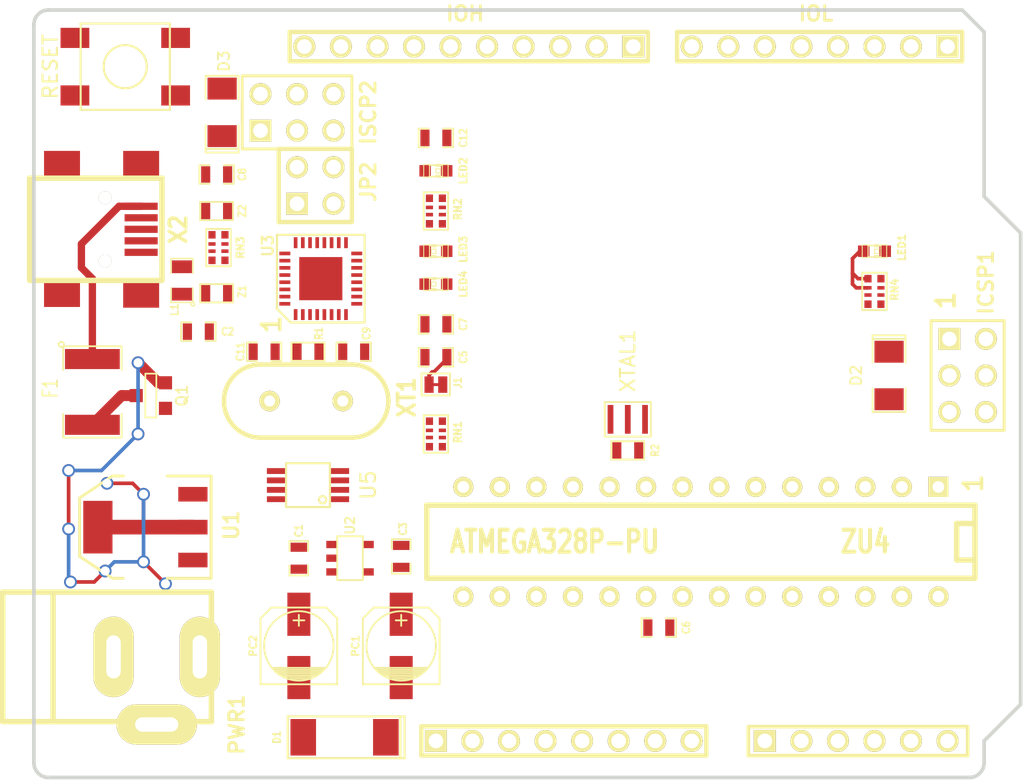
<source format=kicad_pcb>
(kicad_pcb (version 3) (host pcbnew "(2013-07-07 BZR 4022)-stable")

  (general
    (links 159)
    (no_connects 151)
    (area 25.272999 25.272999 94.107001 78.867001)
    (thickness 1.6)
    (drawings 15)
    (tracks 50)
    (zones 0)
    (modules 48)
    (nets 60)
  )

  (page A3)
  (layers
    (15 F.Cu signal)
    (0 B.Cu signal)
    (16 B.Adhes user)
    (17 F.Adhes user)
    (18 B.Paste user)
    (19 F.Paste user)
    (20 B.SilkS user)
    (21 F.SilkS user)
    (22 B.Mask user)
    (23 F.Mask user)
    (24 Dwgs.User user)
    (25 Cmts.User user)
    (26 Eco1.User user)
    (27 Eco2.User user)
    (28 Edge.Cuts user)
  )

  (setup
    (last_trace_width 0.508)
    (user_trace_width 0.2032)
    (user_trace_width 0.381)
    (user_trace_width 0.508)
    (user_trace_width 0.762)
    (user_trace_width 1.016)
    (trace_clearance 0.2032)
    (zone_clearance 0.25)
    (zone_45_only no)
    (trace_min 0.2032)
    (segment_width 0.127)
    (edge_width 0.254)
    (via_size 0.889)
    (via_drill 0.635)
    (via_min_size 0.889)
    (via_min_drill 0.508)
    (uvia_size 0.508)
    (uvia_drill 0.127)
    (uvias_allowed no)
    (uvia_min_size 0.508)
    (uvia_min_drill 0.127)
    (pcb_text_width 0.3)
    (pcb_text_size 1.5 1.5)
    (mod_edge_width 0.127)
    (mod_text_size 1 1)
    (mod_text_width 0.15)
    (pad_size 0.525 0.5)
    (pad_drill 0)
    (pad_to_mask_clearance 0)
    (aux_axis_origin 25.4 25.4)
    (visible_elements 7FFFFBFF)
    (pcbplotparams
      (layerselection 3178497)
      (usegerberextensions true)
      (excludeedgelayer true)
      (linewidth 0.150000)
      (plotframeref false)
      (viasonmask false)
      (mode 1)
      (useauxorigin false)
      (hpglpennumber 1)
      (hpglpenspeed 20)
      (hpglpendiameter 15)
      (hpglpenoverlay 2)
      (psnegative false)
      (psa4output false)
      (plotreference true)
      (plotvalue true)
      (plotothertext true)
      (plotinvisibletext false)
      (padsonsilk false)
      (subtractmaskfromsilk false)
      (outputformat 1)
      (mirror false)
      (drillshape 1)
      (scaleselection 1)
      (outputdirectory ""))
  )

  (net 0 "")
  (net 1 +3V3)
  (net 2 +5V)
  (net 3 /AD0)
  (net 4 /AD1)
  (net 5 /AD2)
  (net 6 /AD3)
  (net 7 /AD4/SDA)
  (net 8 /AD5/SCL)
  (net 9 /IO0)
  (net 10 /IO1)
  (net 11 /IO2)
  (net 12 /IO3)
  (net 13 /IO4)
  (net 14 /IO5)
  (net 15 /IO6)
  (net 16 /IO7)
  (net 17 /IO8)
  (net 18 /IO9)
  (net 19 /POWER/CMP)
  (net 20 /RESET)
  (net 21 /SS)
  (net 22 /USB/D+)
  (net 23 /USB/D-)
  (net 24 /USB/MISO2)
  (net 25 /USB/MOSI2)
  (net 26 /USB/RESET2)
  (net 27 /USB/RXLED)
  (net 28 /USB/SCK2)
  (net 29 /USB/TXLED)
  (net 30 AREF)
  (net 31 DTR)
  (net 32 GND)
  (net 33 N-000001)
  (net 34 N-0000010)
  (net 35 N-000002)
  (net 36 N-000003)
  (net 37 N-0000034)
  (net 38 N-0000035)
  (net 39 N-0000036)
  (net 40 N-0000038)
  (net 41 N-0000040)
  (net 42 N-0000041)
  (net 43 N-0000042)
  (net 44 N-0000051)
  (net 45 N-0000052)
  (net 46 N-0000053)
  (net 47 N-0000058)
  (net 48 N-0000059)
  (net 49 N-0000061)
  (net 50 N-0000063)
  (net 51 N-0000065)
  (net 52 N-0000066)
  (net 53 N-0000067)
  (net 54 N-0000071)
  (net 55 RXD)
  (net 56 SCK)
  (net 57 TXD)
  (net 58 USBVCC)
  (net 59 VIN)

  (net_class Default "This is the default net class."
    (clearance 0.2032)
    (trace_width 0.254)
    (via_dia 0.889)
    (via_drill 0.635)
    (uvia_dia 0.508)
    (uvia_drill 0.127)
    (add_net "")
    (add_net +3V3)
    (add_net +5V)
    (add_net /AD0)
    (add_net /AD1)
    (add_net /AD2)
    (add_net /AD3)
    (add_net /AD4/SDA)
    (add_net /AD5/SCL)
    (add_net /IO0)
    (add_net /IO1)
    (add_net /IO2)
    (add_net /IO3)
    (add_net /IO4)
    (add_net /IO5)
    (add_net /IO6)
    (add_net /IO7)
    (add_net /IO8)
    (add_net /IO9)
    (add_net /POWER/CMP)
    (add_net /RESET)
    (add_net /SS)
    (add_net /USB/D+)
    (add_net /USB/D-)
    (add_net /USB/MISO2)
    (add_net /USB/MOSI2)
    (add_net /USB/RESET2)
    (add_net /USB/RXLED)
    (add_net /USB/SCK2)
    (add_net /USB/TXLED)
    (add_net AREF)
    (add_net DTR)
    (add_net GND)
    (add_net N-000001)
    (add_net N-0000010)
    (add_net N-000002)
    (add_net N-000003)
    (add_net N-0000034)
    (add_net N-0000035)
    (add_net N-0000036)
    (add_net N-0000038)
    (add_net N-0000040)
    (add_net N-0000041)
    (add_net N-0000042)
    (add_net N-0000051)
    (add_net N-0000052)
    (add_net N-0000053)
    (add_net N-0000058)
    (add_net N-0000059)
    (add_net N-0000061)
    (add_net N-0000063)
    (add_net N-0000065)
    (add_net N-0000066)
    (add_net N-0000067)
    (add_net N-0000071)
    (add_net RXD)
    (add_net SCK)
    (add_net TXD)
    (add_net USBVCC)
    (add_net VIN)
  )

  (module USB-B_mini   locked (layer F.Cu) (tedit 51F1FD35) (tstamp 51F247DF)
    (at 30.353 40.64 270)
    (path /51EFD9F1/51F0FF25)
    (fp_text reference X2 (at 0 -5.08 270) (layer F.SilkS)
      (effects (font (size 1.143 1.016) (thickness 0.254)))
    )
    (fp_text value USB-MINI-AB (at 0 9.779 270) (layer F.SilkS) hide
      (effects (font (size 1.524 1.524) (thickness 0.3048)))
    )
    (fp_line (start 3.55092 -3.9497) (end -3.55092 -3.9497) (layer F.SilkS) (width 0.381))
    (fp_line (start -3.55092 -3.9497) (end -3.55092 5.25018) (layer F.SilkS) (width 0.381))
    (fp_line (start -3.55092 5.25018) (end 3.55092 5.25018) (layer F.SilkS) (width 0.381))
    (fp_line (start 3.55092 5.25018) (end 3.55092 -3.9497) (layer F.SilkS) (width 0.381))
    (pad "" thru_hole circle (at 2.19964 0 270) (size 0.89916 0.89916) (drill 0.89916)
      (layers *.Cu *.Mask F.SilkS)
    )
    (pad "" thru_hole circle (at -2.19964 0 270) (size 0.89916 0.89916) (drill 0.89916)
      (layers *.Cu *.Mask F.SilkS)
    )
    (pad 9 smd rect (at 4.39928 2.99974 270) (size 1.99898 2.49936)
      (layers F.Cu F.Paste F.Mask)
      (net 32 GND)
    )
    (pad 8 smd rect (at -4.45008 2.99974 270) (size 1.99898 2.49936)
      (layers F.Cu F.Paste F.Mask)
      (net 32 GND)
    )
    (pad 7 smd rect (at 4.45008 -2.49936 270) (size 1.99898 2.49936)
      (layers F.Cu F.Paste F.Mask)
      (net 32 GND)
    )
    (pad 6 smd rect (at -4.45008 -2.49936 270) (size 1.99898 2.49936)
      (layers F.Cu F.Paste F.Mask)
      (net 32 GND)
    )
    (pad 3 smd rect (at 0 -2.49936 270) (size 0.50038 2.30124)
      (layers F.Cu F.Paste F.Mask)
      (net 22 /USB/D+)
    )
    (pad 2 smd rect (at -0.8001 -2.49936 270) (size 0.50038 2.30124)
      (layers F.Cu F.Paste F.Mask)
      (net 23 /USB/D-)
    )
    (pad 1 smd rect (at -1.6002 -2.49936 270) (size 0.50038 2.30124)
      (layers F.Cu F.Paste F.Mask)
      (net 51 N-0000065)
    )
    (pad 4 smd rect (at 0.8001 -2.49936 270) (size 0.50038 2.30124)
      (layers F.Cu F.Paste F.Mask)
    )
    (pad 5 smd rect (at 1.6002 -2.49936 270) (size 0.50038 2.30124)
      (layers F.Cu F.Paste F.Mask)
      (net 47 N-0000058)
    )
    (model packages3d/usb_b_smd_mini_socket.wrl
      (at (xyz 0 0 0))
      (scale (xyz 0.3937 0.3937 0.3937))
      (rotate (xyz 0 0 -90))
    )
  )

  (module SWPUSH_SPST_SMD   locked (layer F.Cu) (tedit 51F12C2E) (tstamp 51F247EC)
    (at 31.75 29.337)
    (path /51EFB800)
    (fp_text reference SW1 (at 0 -0.127 90) (layer F.SilkS) hide
      (effects (font (size 1 1) (thickness 0.15)))
    )
    (fp_text value RESET (at -5.207 0 90) (layer F.SilkS)
      (effects (font (size 1 1) (thickness 0.15)))
    )
    (fp_circle (center 0 0) (end 1.5 0) (layer F.SilkS) (width 0.15))
    (fp_line (start -3.1 -3) (end 3.1 -3) (layer F.SilkS) (width 0.15))
    (fp_line (start 3.1 -3) (end 3.1 3) (layer F.SilkS) (width 0.15))
    (fp_line (start 3.1 3) (end -3.1 3) (layer F.SilkS) (width 0.15))
    (fp_line (start -3.1 3) (end -3.1 -3) (layer F.SilkS) (width 0.15))
    (pad 4 smd rect (at 3.5 2) (size 2 1.4)
      (layers F.Cu F.Paste F.Mask)
      (net 20 /RESET)
    )
    (pad 2 smd rect (at 3.5 -2) (size 2 1.4)
      (layers F.Cu F.Paste F.Mask)
      (net 32 GND)
    )
    (pad 1 smd rect (at -3.5 -2) (size 2 1.4)
      (layers F.Cu F.Paste F.Mask)
      (net 32 GND)
    )
    (pad 3 smd rect (at -3.5 2) (size 2 1.4)
      (layers F.Cu F.Paste F.Mask)
      (net 20 /RESET)
    )
  )

  (module SOT23-5   locked (layer F.Cu) (tedit 51F201C4) (tstamp 51F247F9)
    (at 47.371 63.5 270)
    (path /51EFC99F/51EFDED5)
    (attr smd)
    (fp_text reference U2 (at -2.286 0 270) (layer F.SilkS)
      (effects (font (size 0.635 0.635) (thickness 0.127)))
    )
    (fp_text value LP2985-33DBVR (at -0.254 23.114 270) (layer F.SilkS) hide
      (effects (font (size 0.635 0.635) (thickness 0.127)))
    )
    (fp_line (start 1.524 -0.889) (end 1.524 0.889) (layer F.SilkS) (width 0.127))
    (fp_line (start 1.524 0.889) (end -1.524 0.889) (layer F.SilkS) (width 0.127))
    (fp_line (start -1.524 0.889) (end -1.524 -0.889) (layer F.SilkS) (width 0.127))
    (fp_line (start -1.524 -0.889) (end 1.524 -0.889) (layer F.SilkS) (width 0.127))
    (pad 1 smd rect (at -0.9525 1.27 270) (size 0.508 0.762)
      (layers F.Cu F.Paste F.Mask)
      (net 2 +5V)
    )
    (pad 3 smd rect (at 0.9525 1.27 270) (size 0.508 0.762)
      (layers F.Cu F.Paste F.Mask)
      (net 2 +5V)
    )
    (pad 5 smd rect (at -0.9525 -1.27 270) (size 0.508 0.762)
      (layers F.Cu F.Paste F.Mask)
      (net 1 +3V3)
    )
    (pad 2 smd rect (at 0 1.27 270) (size 0.508 0.762)
      (layers F.Cu F.Paste F.Mask)
      (net 32 GND)
    )
    (pad 4 smd rect (at 0.9525 -1.27 270) (size 0.508 0.762)
      (layers F.Cu F.Paste F.Mask)
    )
    (model smd/SOT23_5.wrl
      (at (xyz 0 0 0))
      (scale (xyz 0.1 0.1 0.1))
      (rotate (xyz 0 0 0))
    )
  )

  (module SOT223   locked (layer F.Cu) (tedit 51F129AF) (tstamp 51F24815)
    (at 33.147 61.341 90)
    (descr "module CMS SOT223 4 pins")
    (tags "CMS SOT")
    (path /51EFC99F/51EFE87C)
    (attr smd)
    (fp_text reference U1 (at 0.127 5.969 90) (layer F.SilkS)
      (effects (font (size 1.016 1.016) (thickness 0.2032)))
    )
    (fp_text value "NCP1117 5V" (at 0.762 -12.954 90) (layer F.SilkS) hide
      (effects (font (size 1.016 1.016) (thickness 0.2032)))
    )
    (fp_line (start -3.556 1.524) (end -3.556 4.572) (layer F.SilkS) (width 0.2032))
    (fp_line (start -3.556 4.572) (end 3.556 4.572) (layer F.SilkS) (width 0.2032))
    (fp_line (start 3.556 4.572) (end 3.556 1.524) (layer F.SilkS) (width 0.2032))
    (fp_line (start -3.556 -1.524) (end -3.556 -2.286) (layer F.SilkS) (width 0.2032))
    (fp_line (start -3.556 -2.286) (end -2.032 -4.572) (layer F.SilkS) (width 0.2032))
    (fp_line (start -2.032 -4.572) (end 2.032 -4.572) (layer F.SilkS) (width 0.2032))
    (fp_line (start 2.032 -4.572) (end 3.556 -2.286) (layer F.SilkS) (width 0.2032))
    (fp_line (start 3.556 -2.286) (end 3.556 -1.524) (layer F.SilkS) (width 0.2032))
    (pad 4 smd rect (at 0 -3.302 90) (size 3.6576 2.032)
      (layers F.Cu F.Paste F.Mask)
      (net 2 +5V)
    )
    (pad 2 smd rect (at 0 3.302 90) (size 1.016 2.032)
      (layers F.Cu F.Paste F.Mask)
      (net 2 +5V)
    )
    (pad 3 smd rect (at 2.286 3.302 90) (size 1.016 2.032)
      (layers F.Cu F.Paste F.Mask)
      (net 59 VIN)
    )
    (pad 1 smd rect (at -2.286 3.302 90) (size 1.016 2.032)
      (layers F.Cu F.Paste F.Mask)
      (net 32 GND)
    )
    (model smd/SOT223.wrl
      (at (xyz 0 0 0))
      (scale (xyz 0.4 0.4 0.4))
      (rotate (xyz 0 0 0))
    )
  )

  (module SM1812   locked (layer F.Cu) (tedit 51F125D6) (tstamp 51F24822)
    (at 29.464 51.943 270)
    (tags "CMS SM")
    (path /51EFD9F1/51F00975)
    (attr smd)
    (fp_text reference F1 (at -0.254 2.921 270) (layer F.SilkS)
      (effects (font (size 1.016 0.762) (thickness 0.127)))
    )
    (fp_text value "MF-MSMF050-2 500mA" (at 0.762 7.366 270) (layer F.SilkS) hide
      (effects (font (size 1.016 0.762) (thickness 0.127)))
    )
    (fp_circle (center -3.302 2.159) (end -3.175 2.032) (layer F.SilkS) (width 0.127))
    (fp_line (start 1.524 2.032) (end 3.175 2.032) (layer F.SilkS) (width 0.127))
    (fp_line (start 3.175 2.032) (end 3.175 -2.032) (layer F.SilkS) (width 0.127))
    (fp_line (start 3.175 -2.032) (end 1.524 -2.032) (layer F.SilkS) (width 0.127))
    (fp_line (start -1.524 -2.032) (end -3.175 -2.032) (layer F.SilkS) (width 0.127))
    (fp_line (start -3.175 -2.032) (end -3.175 2.032) (layer F.SilkS) (width 0.127))
    (fp_line (start -3.175 2.032) (end -1.524 2.032) (layer F.SilkS) (width 0.127))
    (pad 1 smd rect (at -2.286 0 270) (size 1.397 3.81)
      (layers F.Cu F.Paste F.Mask)
      (net 51 N-0000065)
    )
    (pad 2 smd rect (at 2.286 0 270) (size 1.397 3.81)
      (layers F.Cu F.Paste F.Mask)
      (net 58 USBVCC)
    )
    (model smd/chip_cms.wrl
      (at (xyz 0 0 0))
      (scale (xyz 0.21 0.3 0.2))
      (rotate (xyz 0 0 0))
    )
  )

  (module SM1206D   locked (layer F.Cu) (tedit 51F1FA4C) (tstamp 51F24831)
    (at 84.836 50.8 270)
    (path /51EFB484)
    (attr smd)
    (fp_text reference D2 (at 0 2.286 270) (layer F.SilkS)
      (effects (font (size 0.762 0.762) (thickness 0.127)))
    )
    (fp_text value CD1206-S01575 (at -0.127 -10.541 270) (layer F.SilkS) hide
      (effects (font (size 0.762 0.762) (thickness 0.127)))
    )
    (fp_line (start -2.54 -1.143) (end -2.794 -1.143) (layer F.SilkS) (width 0.127))
    (fp_line (start -2.794 -1.143) (end -2.794 1.143) (layer F.SilkS) (width 0.127))
    (fp_line (start -2.794 1.143) (end -2.54 1.143) (layer F.SilkS) (width 0.127))
    (fp_line (start -2.54 -1.143) (end -2.54 1.143) (layer F.SilkS) (width 0.127))
    (fp_line (start -2.54 1.143) (end -0.889 1.143) (layer F.SilkS) (width 0.127))
    (fp_line (start 0.889 -1.143) (end 2.54 -1.143) (layer F.SilkS) (width 0.127))
    (fp_line (start 2.54 -1.143) (end 2.54 1.143) (layer F.SilkS) (width 0.127))
    (fp_line (start 2.54 1.143) (end 0.889 1.143) (layer F.SilkS) (width 0.127))
    (fp_line (start -0.889 -1.143) (end -2.54 -1.143) (layer F.SilkS) (width 0.127))
    (pad 2 smd rect (at -1.651 0 270) (size 1.524 2.032)
      (layers F.Cu F.Paste F.Mask)
      (net 2 +5V)
    )
    (pad 1 smd rect (at 1.651 0 270) (size 1.524 2.032)
      (layers F.Cu F.Paste F.Mask)
      (net 20 /RESET)
    )
    (model smd/chip_cms_pol.wrl
      (at (xyz 0 0 0))
      (scale (xyz 0.17 0.16 0.16))
      (rotate (xyz 0 0 0))
    )
  )

  (module SM1206D   locked (layer F.Cu) (tedit 51F12B94) (tstamp 51F24840)
    (at 38.481 32.512 90)
    (path /51EFD9F1/51EFF1FE)
    (attr smd)
    (fp_text reference D3 (at 3.556 0.127 90) (layer F.SilkS)
      (effects (font (size 0.762 0.762) (thickness 0.127)))
    )
    (fp_text value CD1206-S01575 (at 0 -14.732 90) (layer F.SilkS) hide
      (effects (font (size 0.762 0.762) (thickness 0.127)))
    )
    (fp_line (start -2.54 -1.143) (end -2.794 -1.143) (layer F.SilkS) (width 0.127))
    (fp_line (start -2.794 -1.143) (end -2.794 1.143) (layer F.SilkS) (width 0.127))
    (fp_line (start -2.794 1.143) (end -2.54 1.143) (layer F.SilkS) (width 0.127))
    (fp_line (start -2.54 -1.143) (end -2.54 1.143) (layer F.SilkS) (width 0.127))
    (fp_line (start -2.54 1.143) (end -0.889 1.143) (layer F.SilkS) (width 0.127))
    (fp_line (start 0.889 -1.143) (end 2.54 -1.143) (layer F.SilkS) (width 0.127))
    (fp_line (start 2.54 -1.143) (end 2.54 1.143) (layer F.SilkS) (width 0.127))
    (fp_line (start 2.54 1.143) (end 0.889 1.143) (layer F.SilkS) (width 0.127))
    (fp_line (start -0.889 -1.143) (end -2.54 -1.143) (layer F.SilkS) (width 0.127))
    (pad 2 smd rect (at -1.651 0 90) (size 1.524 2.032)
      (layers F.Cu F.Paste F.Mask)
      (net 2 +5V)
    )
    (pad 1 smd rect (at 1.651 0 90) (size 1.524 2.032)
      (layers F.Cu F.Paste F.Mask)
      (net 26 /USB/RESET2)
    )
    (model smd/chip_cms_pol.wrl
      (at (xyz 0 0 0))
      (scale (xyz 0.17 0.16 0.16))
      (rotate (xyz 0 0 0))
    )
  )

  (module SM0603_Capa   locked (layer F.Cu) (tedit 51F1F68B) (tstamp 51F24859)
    (at 53.34 49.53)
    (path /51EFBD11)
    (attr smd)
    (fp_text reference C5 (at 1.905 0 90) (layer F.SilkS)
      (effects (font (size 0.508 0.4572) (thickness 0.1143)))
    )
    (fp_text value 100n (at 0.127 0.127) (layer F.SilkS) hide
      (effects (font (size 0.508 0.4572) (thickness 0.1143)))
    )
    (fp_line (start 0.50038 0.65024) (end 1.19888 0.65024) (layer F.SilkS) (width 0.11938))
    (fp_line (start -0.50038 0.65024) (end -1.19888 0.65024) (layer F.SilkS) (width 0.11938))
    (fp_line (start 0.50038 -0.65024) (end 1.19888 -0.65024) (layer F.SilkS) (width 0.11938))
    (fp_line (start -1.19888 -0.65024) (end -0.50038 -0.65024) (layer F.SilkS) (width 0.11938))
    (fp_line (start 1.19888 -0.635) (end 1.19888 0.635) (layer F.SilkS) (width 0.11938))
    (fp_line (start -1.19888 0.635) (end -1.19888 -0.635) (layer F.SilkS) (width 0.11938))
    (pad 1 smd rect (at -0.762 0) (size 0.635 1.143)
      (layers F.Cu F.Paste F.Mask)
      (net 31 DTR)
    )
    (pad 2 smd rect (at 0.762 0) (size 0.635 1.143)
      (layers F.Cu F.Paste F.Mask)
      (net 20 /RESET)
    )
    (model smd\capacitors\C0603.wrl
      (at (xyz 0 0 0.001))
      (scale (xyz 0.5 0.5 0.5))
      (rotate (xyz 0 0 0))
    )
  )

  (module SM0603_Capa   locked (layer F.Cu) (tedit 51F1F68E) (tstamp 51F24865)
    (at 53.34 47.244)
    (path /51EFD9F1/51F00608)
    (attr smd)
    (fp_text reference C7 (at 1.905 0 90) (layer F.SilkS)
      (effects (font (size 0.508 0.4572) (thickness 0.1143)))
    )
    (fp_text value 100n (at 0.127 0.127) (layer F.SilkS) hide
      (effects (font (size 0.508 0.4572) (thickness 0.1143)))
    )
    (fp_line (start 0.50038 0.65024) (end 1.19888 0.65024) (layer F.SilkS) (width 0.11938))
    (fp_line (start -0.50038 0.65024) (end -1.19888 0.65024) (layer F.SilkS) (width 0.11938))
    (fp_line (start 0.50038 -0.65024) (end 1.19888 -0.65024) (layer F.SilkS) (width 0.11938))
    (fp_line (start -1.19888 -0.65024) (end -0.50038 -0.65024) (layer F.SilkS) (width 0.11938))
    (fp_line (start 1.19888 -0.635) (end 1.19888 0.635) (layer F.SilkS) (width 0.11938))
    (fp_line (start -1.19888 0.635) (end -1.19888 -0.635) (layer F.SilkS) (width 0.11938))
    (pad 1 smd rect (at -0.762 0) (size 0.635 1.143)
      (layers F.Cu F.Paste F.Mask)
      (net 2 +5V)
    )
    (pad 2 smd rect (at 0.762 0) (size 0.635 1.143)
      (layers F.Cu F.Paste F.Mask)
      (net 32 GND)
    )
    (model smd\capacitors\C0603.wrl
      (at (xyz 0 0 0.001))
      (scale (xyz 0.5 0.5 0.5))
      (rotate (xyz 0 0 0))
    )
  )

  (module SM0603_Capa   locked (layer F.Cu) (tedit 51F1FBDC) (tstamp 51F24871)
    (at 38.1 36.83 180)
    (path /51EFD9F1/51F0053A)
    (attr smd)
    (fp_text reference C8 (at -1.778 0 270) (layer F.SilkS)
      (effects (font (size 0.508 0.4572) (thickness 0.1143)))
    )
    (fp_text value 1u (at -0.127 0 180) (layer F.SilkS) hide
      (effects (font (size 0.508 0.4572) (thickness 0.1143)))
    )
    (fp_line (start 0.50038 0.65024) (end 1.19888 0.65024) (layer F.SilkS) (width 0.11938))
    (fp_line (start -0.50038 0.65024) (end -1.19888 0.65024) (layer F.SilkS) (width 0.11938))
    (fp_line (start 0.50038 -0.65024) (end 1.19888 -0.65024) (layer F.SilkS) (width 0.11938))
    (fp_line (start -1.19888 -0.65024) (end -0.50038 -0.65024) (layer F.SilkS) (width 0.11938))
    (fp_line (start 1.19888 -0.635) (end 1.19888 0.635) (layer F.SilkS) (width 0.11938))
    (fp_line (start -1.19888 0.635) (end -1.19888 -0.635) (layer F.SilkS) (width 0.11938))
    (pad 1 smd rect (at -0.762 0 180) (size 0.635 1.143)
      (layers F.Cu F.Paste F.Mask)
      (net 48 N-0000059)
    )
    (pad 2 smd rect (at 0.762 0 180) (size 0.635 1.143)
      (layers F.Cu F.Paste F.Mask)
      (net 32 GND)
    )
    (model smd\capacitors\C0603.wrl
      (at (xyz 0 0 0.001))
      (scale (xyz 0.5 0.5 0.5))
      (rotate (xyz 0 0 0))
    )
  )

  (module SM0603_Capa   locked (layer F.Cu) (tedit 51F202D3) (tstamp 51F2487D)
    (at 43.815 63.5 90)
    (path /51EFC99F/51EFCC8F)
    (attr smd)
    (fp_text reference C1 (at 1.905 0 90) (layer F.SilkS)
      (effects (font (size 0.508 0.4572) (thickness 0.1143)))
    )
    (fp_text value 100n (at 0.127 0 90) (layer F.SilkS) hide
      (effects (font (size 0.508 0.4572) (thickness 0.1143)))
    )
    (fp_line (start 0.50038 0.65024) (end 1.19888 0.65024) (layer F.SilkS) (width 0.11938))
    (fp_line (start -0.50038 0.65024) (end -1.19888 0.65024) (layer F.SilkS) (width 0.11938))
    (fp_line (start 0.50038 -0.65024) (end 1.19888 -0.65024) (layer F.SilkS) (width 0.11938))
    (fp_line (start -1.19888 -0.65024) (end -0.50038 -0.65024) (layer F.SilkS) (width 0.11938))
    (fp_line (start 1.19888 -0.635) (end 1.19888 0.635) (layer F.SilkS) (width 0.11938))
    (fp_line (start -1.19888 0.635) (end -1.19888 -0.635) (layer F.SilkS) (width 0.11938))
    (pad 1 smd rect (at -0.762 0 90) (size 0.635 1.143)
      (layers F.Cu F.Paste F.Mask)
      (net 2 +5V)
    )
    (pad 2 smd rect (at 0.762 0 90) (size 0.635 1.143)
      (layers F.Cu F.Paste F.Mask)
      (net 32 GND)
    )
    (model smd\capacitors\C0603.wrl
      (at (xyz 0 0 0.001))
      (scale (xyz 0.5 0.5 0.5))
      (rotate (xyz 0 0 0))
    )
  )

  (module SM0603_Capa   locked (layer F.Cu) (tedit 51F2007A) (tstamp 51F24889)
    (at 47.625 49.149)
    (path /51EFD9F1/51EFEB80)
    (attr smd)
    (fp_text reference C9 (at 0.889 -1.27 90) (layer F.SilkS)
      (effects (font (size 0.508 0.4572) (thickness 0.1143)))
    )
    (fp_text value 22p (at 0 0) (layer F.SilkS) hide
      (effects (font (size 0.508 0.4572) (thickness 0.1143)))
    )
    (fp_line (start 0.50038 0.65024) (end 1.19888 0.65024) (layer F.SilkS) (width 0.11938))
    (fp_line (start -0.50038 0.65024) (end -1.19888 0.65024) (layer F.SilkS) (width 0.11938))
    (fp_line (start 0.50038 -0.65024) (end 1.19888 -0.65024) (layer F.SilkS) (width 0.11938))
    (fp_line (start -1.19888 -0.65024) (end -0.50038 -0.65024) (layer F.SilkS) (width 0.11938))
    (fp_line (start 1.19888 -0.635) (end 1.19888 0.635) (layer F.SilkS) (width 0.11938))
    (fp_line (start -1.19888 0.635) (end -1.19888 -0.635) (layer F.SilkS) (width 0.11938))
    (pad 1 smd rect (at -0.762 0) (size 0.635 1.143)
      (layers F.Cu F.Paste F.Mask)
      (net 43 N-0000042)
    )
    (pad 2 smd rect (at 0.762 0) (size 0.635 1.143)
      (layers F.Cu F.Paste F.Mask)
      (net 32 GND)
    )
    (model smd\capacitors\C0603.wrl
      (at (xyz 0 0 0.001))
      (scale (xyz 0.5 0.5 0.5))
      (rotate (xyz 0 0 0))
    )
  )

  (module SM0603_Capa   locked (layer F.Cu) (tedit 51F2014A) (tstamp 51F24895)
    (at 50.927 63.373 270)
    (path /51EFC99F/51EFE186)
    (attr smd)
    (fp_text reference C3 (at -1.905 -0.127 270) (layer F.SilkS)
      (effects (font (size 0.508 0.4572) (thickness 0.1143)))
    )
    (fp_text value 1u (at -0.127 0 270) (layer F.SilkS) hide
      (effects (font (size 0.508 0.4572) (thickness 0.1143)))
    )
    (fp_line (start 0.50038 0.65024) (end 1.19888 0.65024) (layer F.SilkS) (width 0.11938))
    (fp_line (start -0.50038 0.65024) (end -1.19888 0.65024) (layer F.SilkS) (width 0.11938))
    (fp_line (start 0.50038 -0.65024) (end 1.19888 -0.65024) (layer F.SilkS) (width 0.11938))
    (fp_line (start -1.19888 -0.65024) (end -0.50038 -0.65024) (layer F.SilkS) (width 0.11938))
    (fp_line (start 1.19888 -0.635) (end 1.19888 0.635) (layer F.SilkS) (width 0.11938))
    (fp_line (start -1.19888 0.635) (end -1.19888 -0.635) (layer F.SilkS) (width 0.11938))
    (pad 1 smd rect (at -0.762 0 270) (size 0.635 1.143)
      (layers F.Cu F.Paste F.Mask)
      (net 1 +3V3)
    )
    (pad 2 smd rect (at 0.762 0 270) (size 0.635 1.143)
      (layers F.Cu F.Paste F.Mask)
      (net 32 GND)
    )
    (model smd\capacitors\C0603.wrl
      (at (xyz 0 0 0.001))
      (scale (xyz 0.5 0.5 0.5))
      (rotate (xyz 0 0 0))
    )
  )

  (module SM0603_Capa (layer F.Cu) (tedit 51F201C8) (tstamp 51F248A1)
    (at 36.83 47.752)
    (path /51EFC99F/51EFE943)
    (attr smd)
    (fp_text reference C2 (at 2.032 0) (layer F.SilkS)
      (effects (font (size 0.508 0.4572) (thickness 0.1143)))
    )
    (fp_text value 100n (at 0.127 0) (layer F.SilkS) hide
      (effects (font (size 0.508 0.4572) (thickness 0.1143)))
    )
    (fp_line (start 0.50038 0.65024) (end 1.19888 0.65024) (layer F.SilkS) (width 0.11938))
    (fp_line (start -0.50038 0.65024) (end -1.19888 0.65024) (layer F.SilkS) (width 0.11938))
    (fp_line (start 0.50038 -0.65024) (end 1.19888 -0.65024) (layer F.SilkS) (width 0.11938))
    (fp_line (start -1.19888 -0.65024) (end -0.50038 -0.65024) (layer F.SilkS) (width 0.11938))
    (fp_line (start 1.19888 -0.635) (end 1.19888 0.635) (layer F.SilkS) (width 0.11938))
    (fp_line (start -1.19888 0.635) (end -1.19888 -0.635) (layer F.SilkS) (width 0.11938))
    (pad 1 smd rect (at -0.762 0) (size 0.635 1.143)
      (layers F.Cu F.Paste F.Mask)
      (net 2 +5V)
    )
    (pad 2 smd rect (at 0.762 0) (size 0.635 1.143)
      (layers F.Cu F.Paste F.Mask)
      (net 32 GND)
    )
    (model smd\capacitors\C0603.wrl
      (at (xyz 0 0 0.001))
      (scale (xyz 0.5 0.5 0.5))
      (rotate (xyz 0 0 0))
    )
  )

  (module SM0603_Capa   locked (layer F.Cu) (tedit 51F2024D) (tstamp 51F248AD)
    (at 68.834 68.326)
    (path /51EFB3A6)
    (attr smd)
    (fp_text reference C6 (at 1.905 0 90) (layer F.SilkS)
      (effects (font (size 0.508 0.4572) (thickness 0.1143)))
    )
    (fp_text value 100n (at 0.127 0) (layer F.SilkS) hide
      (effects (font (size 0.508 0.4572) (thickness 0.1143)))
    )
    (fp_line (start 0.50038 0.65024) (end 1.19888 0.65024) (layer F.SilkS) (width 0.11938))
    (fp_line (start -0.50038 0.65024) (end -1.19888 0.65024) (layer F.SilkS) (width 0.11938))
    (fp_line (start 0.50038 -0.65024) (end 1.19888 -0.65024) (layer F.SilkS) (width 0.11938))
    (fp_line (start -1.19888 -0.65024) (end -0.50038 -0.65024) (layer F.SilkS) (width 0.11938))
    (fp_line (start 1.19888 -0.635) (end 1.19888 0.635) (layer F.SilkS) (width 0.11938))
    (fp_line (start -1.19888 0.635) (end -1.19888 -0.635) (layer F.SilkS) (width 0.11938))
    (pad 1 smd rect (at -0.762 0) (size 0.635 1.143)
      (layers F.Cu F.Paste F.Mask)
      (net 2 +5V)
    )
    (pad 2 smd rect (at 0.762 0) (size 0.635 1.143)
      (layers F.Cu F.Paste F.Mask)
      (net 32 GND)
    )
    (model smd\capacitors\C0603.wrl
      (at (xyz 0 0 0.001))
      (scale (xyz 0.5 0.5 0.5))
      (rotate (xyz 0 0 0))
    )
  )

  (module SM0603_Capa   locked (layer F.Cu) (tedit 51F1FEF1) (tstamp 51F248B9)
    (at 41.402 49.149)
    (path /51EFD9F1/51EFEB8D)
    (attr smd)
    (fp_text reference C11 (at -1.651 0 90) (layer F.SilkS)
      (effects (font (size 0.508 0.4572) (thickness 0.1143)))
    )
    (fp_text value 22p (at 0 0) (layer F.SilkS) hide
      (effects (font (size 0.508 0.4572) (thickness 0.1143)))
    )
    (fp_line (start 0.50038 0.65024) (end 1.19888 0.65024) (layer F.SilkS) (width 0.11938))
    (fp_line (start -0.50038 0.65024) (end -1.19888 0.65024) (layer F.SilkS) (width 0.11938))
    (fp_line (start 0.50038 -0.65024) (end 1.19888 -0.65024) (layer F.SilkS) (width 0.11938))
    (fp_line (start -1.19888 -0.65024) (end -0.50038 -0.65024) (layer F.SilkS) (width 0.11938))
    (fp_line (start 1.19888 -0.635) (end 1.19888 0.635) (layer F.SilkS) (width 0.11938))
    (fp_line (start -1.19888 0.635) (end -1.19888 -0.635) (layer F.SilkS) (width 0.11938))
    (pad 1 smd rect (at -0.762 0) (size 0.635 1.143)
      (layers F.Cu F.Paste F.Mask)
      (net 54 N-0000071)
    )
    (pad 2 smd rect (at 0.762 0) (size 0.635 1.143)
      (layers F.Cu F.Paste F.Mask)
      (net 32 GND)
    )
    (model smd\capacitors\C0603.wrl
      (at (xyz 0 0 0.001))
      (scale (xyz 0.5 0.5 0.5))
      (rotate (xyz 0 0 0))
    )
  )

  (module SM0603   locked (layer F.Cu) (tedit 51F1FB41) (tstamp 51F248E1)
    (at 38.1 39.37 180)
    (path /51EFD9F1/51F00069)
    (attr smd)
    (fp_text reference Z2 (at -1.778 0 270) (layer F.SilkS)
      (effects (font (size 0.508 0.4572) (thickness 0.1143)))
    )
    (fp_text value "CG0603MLC-05E 5V" (at -0.254 15.113 180) (layer F.SilkS) hide
      (effects (font (size 0.508 0.4572) (thickness 0.1143)))
    )
    (fp_line (start -1.143 -0.635) (end 1.143 -0.635) (layer F.SilkS) (width 0.127))
    (fp_line (start 1.143 -0.635) (end 1.143 0.635) (layer F.SilkS) (width 0.127))
    (fp_line (start 1.143 0.635) (end -1.143 0.635) (layer F.SilkS) (width 0.127))
    (fp_line (start -1.143 0.635) (end -1.143 -0.635) (layer F.SilkS) (width 0.127))
    (pad 1 smd rect (at -0.762 0 180) (size 0.635 1.143)
      (layers F.Cu F.Paste F.Mask)
      (net 22 /USB/D+)
    )
    (pad 2 smd rect (at 0.762 0 180) (size 0.635 1.143)
      (layers F.Cu F.Paste F.Mask)
      (net 32 GND)
    )
    (model smd\resistors\R0603.wrl
      (at (xyz 0 0 0.001))
      (scale (xyz 0.5 0.5 0.5))
      (rotate (xyz 0 0 0))
    )
  )

  (module SM0603   locked (layer F.Cu) (tedit 51F1FB0B) (tstamp 51F248FF)
    (at 38.1 45.085 180)
    (path /51EFD9F1/51F00052)
    (attr smd)
    (fp_text reference Z1 (at -1.778 0.127 270) (layer F.SilkS)
      (effects (font (size 0.508 0.4572) (thickness 0.1143)))
    )
    (fp_text value "CG0603MLC-05E 5V" (at 0.381 21.336 180) (layer F.SilkS) hide
      (effects (font (size 0.508 0.4572) (thickness 0.1143)))
    )
    (fp_line (start -1.143 -0.635) (end 1.143 -0.635) (layer F.SilkS) (width 0.127))
    (fp_line (start 1.143 -0.635) (end 1.143 0.635) (layer F.SilkS) (width 0.127))
    (fp_line (start 1.143 0.635) (end -1.143 0.635) (layer F.SilkS) (width 0.127))
    (fp_line (start -1.143 0.635) (end -1.143 -0.635) (layer F.SilkS) (width 0.127))
    (pad 1 smd rect (at -0.762 0 180) (size 0.635 1.143)
      (layers F.Cu F.Paste F.Mask)
      (net 23 /USB/D-)
    )
    (pad 2 smd rect (at 0.762 0 180) (size 0.635 1.143)
      (layers F.Cu F.Paste F.Mask)
      (net 32 GND)
    )
    (model smd\resistors\R0603.wrl
      (at (xyz 0 0 0.001))
      (scale (xyz 0.5 0.5 0.5))
      (rotate (xyz 0 0 0))
    )
  )

  (module SM0603   locked (layer F.Cu) (tedit 51F1F82A) (tstamp 51F2493B)
    (at 66.675 56.007)
    (path /51EF9E32)
    (attr smd)
    (fp_text reference R2 (at 1.905 0 90) (layer F.SilkS)
      (effects (font (size 0.508 0.4572) (thickness 0.1143)))
    )
    (fp_text value 1M (at 0 0) (layer F.SilkS) hide
      (effects (font (size 0.508 0.4572) (thickness 0.1143)))
    )
    (fp_line (start -1.143 -0.635) (end 1.143 -0.635) (layer F.SilkS) (width 0.127))
    (fp_line (start 1.143 -0.635) (end 1.143 0.635) (layer F.SilkS) (width 0.127))
    (fp_line (start 1.143 0.635) (end -1.143 0.635) (layer F.SilkS) (width 0.127))
    (fp_line (start -1.143 0.635) (end -1.143 -0.635) (layer F.SilkS) (width 0.127))
    (pad 1 smd rect (at -0.762 0) (size 0.635 1.143)
      (layers F.Cu F.Paste F.Mask)
      (net 36 N-000003)
    )
    (pad 2 smd rect (at 0.762 0) (size 0.635 1.143)
      (layers F.Cu F.Paste F.Mask)
      (net 34 N-0000010)
    )
    (model smd\resistors\R0603.wrl
      (at (xyz 0 0 0.001))
      (scale (xyz 0.5 0.5 0.5))
      (rotate (xyz 0 0 0))
    )
  )

  (module QFN32   locked (layer F.Cu) (tedit 51F12491) (tstamp 51F2498E)
    (at 45.339 44.069 90)
    (descr "Support CMS Plcc 32 pins")
    (tags "CMS Plcc")
    (path /51EFD9F1/51EFEB19)
    (attr smd)
    (fp_text reference U3 (at 2.286 -3.683 90) (layer F.SilkS)
      (effects (font (size 0.762 0.762) (thickness 0.1524)))
    )
    (fp_text value "ATMEGA16U2-MU(R)" (at -0.635 -21.59 90) (layer F.SilkS) hide
      (effects (font (size 0.762 0.762) (thickness 0.1524)))
    )
    (fp_line (start -2.0955 -3.048) (end 2.0955 -3.048) (layer F.SilkS) (width 0.1524))
    (fp_line (start 2.0955 -3.048) (end 3.048 -3.048) (layer F.SilkS) (width 0.1524))
    (fp_line (start 3.048 -3.048) (end 3.048 3.048) (layer F.SilkS) (width 0.1524))
    (fp_line (start 3.048 3.048) (end -3.048 3.048) (layer F.SilkS) (width 0.1524))
    (fp_line (start -3.048 3.048) (end -3.048 -2.0955) (layer F.SilkS) (width 0.1524))
    (fp_line (start -3.048 -2.0955) (end -2.0955 -3.048) (layer F.SilkS) (width 0.1524))
    (pad 31 smd rect (at -1.24968 -2.49936 90) (size 0.254 0.762)
      (layers F.Cu F.Paste F.Mask)
      (net 58 USBVCC)
    )
    (pad 30 smd rect (at -0.7493 -2.49936 90) (size 0.254 0.762)
      (layers F.Cu F.Paste F.Mask)
      (net 49 N-0000061)
    )
    (pad 29 smd rect (at -0.24892 -2.49936 90) (size 0.254 0.762)
      (layers F.Cu F.Paste F.Mask)
      (net 50 N-0000063)
    )
    (pad 32 smd rect (at -1.75006 -2.49936 90) (size 0.254 0.762)
      (layers F.Cu F.Paste F.Mask)
      (net 2 +5V)
    )
    (pad 1 smd rect (at -2.49936 -1.75006 180) (size 0.254 0.762)
      (layers F.Cu F.Paste F.Mask)
      (net 54 N-0000071)
    )
    (pad 2 smd rect (at -2.49936 -1.24968 180) (size 0.254 0.762)
      (layers F.Cu F.Paste F.Mask)
      (net 43 N-0000042)
    )
    (pad 3 smd rect (at -2.49936 -0.7493 180) (size 0.254 0.762)
      (layers F.Cu F.Paste F.Mask)
      (net 32 GND)
    )
    (pad 4 smd rect (at -2.49936 -0.24892 180) (size 0.254 0.762)
      (layers F.Cu F.Paste F.Mask)
      (net 2 +5V)
    )
    (pad 5 smd rect (at -2.49936 0.24892 180) (size 0.254 0.762)
      (layers F.Cu F.Paste F.Mask)
    )
    (pad 6 smd rect (at -2.49936 0.7493 180) (size 0.254 0.762)
      (layers F.Cu F.Paste F.Mask)
    )
    (pad 7 smd rect (at -2.49936 1.24968 180) (size 0.254 0.762)
      (layers F.Cu F.Paste F.Mask)
    )
    (pad 8 smd rect (at -2.49936 1.75006 180) (size 0.254 0.762)
      (layers F.Cu F.Paste F.Mask)
      (net 57 TXD)
    )
    (pad 16 smd rect (at 1.75006 2.49936 90) (size 0.254 0.762)
      (layers F.Cu F.Paste F.Mask)
      (net 25 /USB/MOSI2)
    )
    (pad 9 smd rect (at -1.75006 2.49936 90) (size 0.254 0.762)
      (layers F.Cu F.Paste F.Mask)
      (net 55 RXD)
    )
    (pad 10 smd rect (at -1.24968 2.49936 90) (size 0.254 0.762)
      (layers F.Cu F.Paste F.Mask)
      (net 27 /USB/RXLED)
    )
    (pad 11 smd rect (at -0.7493 2.49936 90) (size 0.254 0.762)
      (layers F.Cu F.Paste F.Mask)
      (net 29 /USB/TXLED)
    )
    (pad 12 smd rect (at -0.24892 2.49936 90) (size 0.254 0.762)
      (layers F.Cu F.Paste F.Mask)
    )
    (pad 13 smd rect (at 0.24892 2.49936 90) (size 0.254 0.762)
      (layers F.Cu F.Paste F.Mask)
      (net 31 DTR)
    )
    (pad 14 smd rect (at 0.7493 2.49936 90) (size 0.254 0.762)
      (layers F.Cu F.Paste F.Mask)
    )
    (pad 15 smd rect (at 1.24968 2.49936 90) (size 0.254 0.762)
      (layers F.Cu F.Paste F.Mask)
      (net 28 /USB/SCK2)
    )
    (pad 17 smd rect (at 2.49936 1.75006 180) (size 0.254 0.762)
      (layers F.Cu F.Paste F.Mask)
      (net 24 /USB/MISO2)
    )
    (pad 18 smd rect (at 2.49936 1.24968 180) (size 0.254 0.762)
      (layers F.Cu F.Paste F.Mask)
      (net 46 N-0000053)
    )
    (pad 19 smd rect (at 2.49936 0.7493 180) (size 0.254 0.762)
      (layers F.Cu F.Paste F.Mask)
      (net 44 N-0000051)
    )
    (pad 20 smd rect (at 2.49936 0.24892 180) (size 0.254 0.762)
      (layers F.Cu F.Paste F.Mask)
      (net 45 N-0000052)
    )
    (pad 21 smd rect (at 2.49936 -0.24892 180) (size 0.254 0.762)
      (layers F.Cu F.Paste F.Mask)
      (net 53 N-0000067)
    )
    (pad 22 smd rect (at 2.49936 -0.7493 180) (size 0.254 0.762)
      (layers F.Cu F.Paste F.Mask)
    )
    (pad 23 smd rect (at 2.49936 -1.24968 180) (size 0.254 0.762)
      (layers F.Cu F.Paste F.Mask)
    )
    (pad 24 smd rect (at 2.49936 -1.75006 180) (size 0.254 0.762)
      (layers F.Cu F.Paste F.Mask)
      (net 26 /USB/RESET2)
    )
    (pad 25 smd rect (at 1.75006 -2.49936 90) (size 0.254 0.762)
      (layers F.Cu F.Paste F.Mask)
    )
    (pad 26 smd rect (at 1.24968 -2.49936 90) (size 0.254 0.762)
      (layers F.Cu F.Paste F.Mask)
    )
    (pad 27 smd rect (at 0.7493 -2.49936 90) (size 0.254 0.762)
      (layers F.Cu F.Paste F.Mask)
      (net 48 N-0000059)
    )
    (pad 28 smd rect (at 0.24892 -2.49936 90) (size 0.254 0.762)
      (layers F.Cu F.Paste F.Mask)
      (net 47 N-0000058)
    )
    (pad 33 smd rect (at 0 0 90) (size 2.99974 2.99974)
      (layers F.Cu F.Paste F.Mask)
      (net 32 GND)
    )
  )

  (module pin_array_8x1   locked (layer F.Cu) (tedit 51F20B9D) (tstamp 51F249B8)
    (at 80.01 27.94 180)
    (descr "Double rangee de contacts 2 x 8 pins")
    (tags CONN)
    (path /51EFBE89)
    (fp_text reference S3 (at 10.414 0 270) (layer F.SilkS) hide
      (effects (font (size 0.508 0.508) (thickness 0.127)))
    )
    (fp_text value IOL (at 0.254 2.286 180) (layer F.SilkS)
      (effects (font (size 1.016 1.016) (thickness 0.2032)))
    )
    (fp_line (start -9.906 1.016) (end -9.906 -1.016) (layer F.SilkS) (width 0.3048))
    (fp_line (start 9.906 1.016) (end 9.906 -1.016) (layer F.SilkS) (width 0.3048))
    (fp_line (start -9.906 -1.016) (end 9.906 -1.016) (layer F.SilkS) (width 0.3048))
    (fp_line (start 9.906 1.016) (end -9.906 1.016) (layer F.SilkS) (width 0.3048))
    (pad 1 thru_hole rect (at -8.89 0 180) (size 1.524 1.524) (drill 1.016)
      (layers *.Cu *.Mask F.SilkS)
      (net 9 /IO0)
    )
    (pad 2 thru_hole circle (at -6.35 0 180) (size 1.524 1.524) (drill 1.016)
      (layers *.Cu *.Mask F.SilkS)
      (net 10 /IO1)
    )
    (pad 3 thru_hole circle (at -3.81 0 180) (size 1.524 1.524) (drill 1.016)
      (layers *.Cu *.Mask F.SilkS)
      (net 11 /IO2)
    )
    (pad 4 thru_hole circle (at -1.27 0 180) (size 1.524 1.524) (drill 1.016)
      (layers *.Cu *.Mask F.SilkS)
      (net 12 /IO3)
    )
    (pad 5 thru_hole circle (at 1.27 0 180) (size 1.524 1.524) (drill 1.016)
      (layers *.Cu *.Mask F.SilkS)
      (net 13 /IO4)
    )
    (pad 6 thru_hole circle (at 3.81 0 180) (size 1.524 1.524) (drill 1.016)
      (layers *.Cu *.Mask F.SilkS)
      (net 14 /IO5)
    )
    (pad 7 thru_hole circle (at 6.35 0 180) (size 1.524 1.524) (drill 1.016)
      (layers *.Cu *.Mask F.SilkS)
      (net 15 /IO6)
    )
    (pad 8 thru_hole circle (at 8.89 0 180) (size 1.524 1.524) (drill 1.016)
      (layers *.Cu *.Mask F.SilkS)
      (net 16 /IO7)
    )
    (model pin_array/pins_array_8x2.wrl
      (at (xyz 0 0 0))
      (scale (xyz 1 1 1))
      (rotate (xyz 0 0 0))
    )
  )

  (module pin_array_8x1   locked (layer F.Cu) (tedit 51F133CF) (tstamp 51F249C8)
    (at 62.23 76.2)
    (descr "Double rangee de contacts 2 x 8 pins")
    (tags CONN)
    (path /51EFBF13)
    (fp_text reference S1 (at 11.049 -0.127 90) (layer F.SilkS) hide
      (effects (font (size 1.016 1.016) (thickness 0.2032)))
    )
    (fp_text value PWR (at 0 0.254) (layer F.SilkS) hide
      (effects (font (size 1.016 1.016) (thickness 0.2032)))
    )
    (fp_line (start -9.906 1.016) (end -9.906 -1.016) (layer F.SilkS) (width 0.3048))
    (fp_line (start 9.906 1.016) (end 9.906 -1.016) (layer F.SilkS) (width 0.3048))
    (fp_line (start -9.906 -1.016) (end 9.906 -1.016) (layer F.SilkS) (width 0.3048))
    (fp_line (start 9.906 1.016) (end -9.906 1.016) (layer F.SilkS) (width 0.3048))
    (pad 1 thru_hole rect (at -8.89 0) (size 1.524 1.524) (drill 1.016)
      (layers *.Cu *.Mask F.SilkS)
    )
    (pad 2 thru_hole circle (at -6.35 0) (size 1.524 1.524) (drill 1.016)
      (layers *.Cu *.Mask F.SilkS)
      (net 2 +5V)
    )
    (pad 3 thru_hole circle (at -3.81 0) (size 1.524 1.524) (drill 1.016)
      (layers *.Cu *.Mask F.SilkS)
      (net 20 /RESET)
    )
    (pad 4 thru_hole circle (at -1.27 0) (size 1.524 1.524) (drill 1.016)
      (layers *.Cu *.Mask F.SilkS)
      (net 1 +3V3)
    )
    (pad 5 thru_hole circle (at 1.27 0) (size 1.524 1.524) (drill 1.016)
      (layers *.Cu *.Mask F.SilkS)
      (net 2 +5V)
    )
    (pad 6 thru_hole circle (at 3.81 0) (size 1.524 1.524) (drill 1.016)
      (layers *.Cu *.Mask F.SilkS)
      (net 32 GND)
    )
    (pad 7 thru_hole circle (at 6.35 0) (size 1.524 1.524) (drill 1.016)
      (layers *.Cu *.Mask F.SilkS)
      (net 32 GND)
    )
    (pad 8 thru_hole circle (at 8.89 0) (size 1.524 1.524) (drill 1.016)
      (layers *.Cu *.Mask F.SilkS)
      (net 59 VIN)
    )
    (model pin_array/pins_array_8x2.wrl
      (at (xyz 0 0 0))
      (scale (xyz 1 1 1))
      (rotate (xyz 0 0 0))
    )
  )

  (module pin_array_3x2   locked (layer F.Cu) (tedit 51F12111) (tstamp 51F249D6)
    (at 43.688 32.512)
    (descr "Double rangee de contacts 2 x 4 pins")
    (tags CONN)
    (path /51EFD9F1/51EFEEEB)
    (fp_text reference ISCP2 (at 4.953 0 90) (layer F.SilkS)
      (effects (font (size 1.016 1.016) (thickness 0.2032)))
    )
    (fp_text value "3X2 M" (at 0 3.81) (layer F.SilkS) hide
      (effects (font (size 1.016 1.016) (thickness 0.2032)))
    )
    (fp_line (start 3.81 2.54) (end -3.81 2.54) (layer F.SilkS) (width 0.2032))
    (fp_line (start -3.81 -2.54) (end 3.81 -2.54) (layer F.SilkS) (width 0.2032))
    (fp_line (start 3.81 -2.54) (end 3.81 2.54) (layer F.SilkS) (width 0.2032))
    (fp_line (start -3.81 2.54) (end -3.81 -2.54) (layer F.SilkS) (width 0.2032))
    (pad 1 thru_hole rect (at -2.54 1.27) (size 1.524 1.524) (drill 1.016)
      (layers *.Cu *.Mask F.SilkS)
      (net 24 /USB/MISO2)
    )
    (pad 2 thru_hole circle (at -2.54 -1.27) (size 1.524 1.524) (drill 1.016)
      (layers *.Cu *.Mask F.SilkS)
      (net 2 +5V)
    )
    (pad 3 thru_hole circle (at 0 1.27) (size 1.524 1.524) (drill 1.016)
      (layers *.Cu *.Mask F.SilkS)
      (net 28 /USB/SCK2)
    )
    (pad 4 thru_hole circle (at 0 -1.27) (size 1.524 1.524) (drill 1.016)
      (layers *.Cu *.Mask F.SilkS)
      (net 25 /USB/MOSI2)
    )
    (pad 5 thru_hole circle (at 2.54 1.27) (size 1.524 1.524) (drill 1.016)
      (layers *.Cu *.Mask F.SilkS)
      (net 26 /USB/RESET2)
    )
    (pad 6 thru_hole circle (at 2.54 -1.27) (size 1.524 1.524) (drill 1.016)
      (layers *.Cu *.Mask F.SilkS)
      (net 32 GND)
    )
    (model pin_array/pins_array_3x2.wrl
      (at (xyz 0 0 0))
      (scale (xyz 1 1 1))
      (rotate (xyz 0 0 0))
    )
  )

  (module pin_array_3x2   locked (layer F.Cu) (tedit 51F1FA89) (tstamp 51F249E4)
    (at 90.297 50.8 270)
    (descr "Double rangee de contacts 2 x 4 pins")
    (tags CONN)
    (path /51EFB5B1)
    (fp_text reference ICSP1 (at -6.477 -1.27 270) (layer F.SilkS)
      (effects (font (size 1.016 1.016) (thickness 0.2032)))
    )
    (fp_text value "3X2 M" (at 0 5.461 270) (layer F.SilkS) hide
      (effects (font (size 1.016 1.016) (thickness 0.2032)))
    )
    (fp_line (start 3.81 2.54) (end -3.81 2.54) (layer F.SilkS) (width 0.2032))
    (fp_line (start -3.81 -2.54) (end 3.81 -2.54) (layer F.SilkS) (width 0.2032))
    (fp_line (start 3.81 -2.54) (end 3.81 2.54) (layer F.SilkS) (width 0.2032))
    (fp_line (start -3.81 2.54) (end -3.81 -2.54) (layer F.SilkS) (width 0.2032))
    (pad 1 thru_hole rect (at -2.54 1.27 270) (size 1.524 1.524) (drill 1.016)
      (layers *.Cu *.Mask F.SilkS)
      (net 35 N-000002)
    )
    (pad 2 thru_hole circle (at -2.54 -1.27 270) (size 1.524 1.524) (drill 1.016)
      (layers *.Cu *.Mask F.SilkS)
      (net 2 +5V)
    )
    (pad 3 thru_hole circle (at 0 1.27 270) (size 1.524 1.524) (drill 1.016)
      (layers *.Cu *.Mask F.SilkS)
      (net 56 SCK)
    )
    (pad 4 thru_hole circle (at 0 -1.27 270) (size 1.524 1.524) (drill 1.016)
      (layers *.Cu *.Mask F.SilkS)
      (net 33 N-000001)
    )
    (pad 5 thru_hole circle (at 2.54 1.27 270) (size 1.524 1.524) (drill 1.016)
      (layers *.Cu *.Mask F.SilkS)
      (net 20 /RESET)
    )
    (pad 6 thru_hole circle (at 2.54 -1.27 270) (size 1.524 1.524) (drill 1.016)
      (layers *.Cu *.Mask F.SilkS)
      (net 32 GND)
    )
    (model pin_array/pins_array_3x2.wrl
      (at (xyz 0 0 0))
      (scale (xyz 1 1 1))
      (rotate (xyz 0 0 0))
    )
  )

  (module PIN_ARRAY_2X2   locked (layer F.Cu) (tedit 51F121AB) (tstamp 51F249F0)
    (at 44.958 37.592)
    (descr "Double rangee de contacts 2 x 2 pins")
    (tags CONN)
    (path /51EFD9F1/51EFF43B)
    (fp_text reference JP2 (at 3.683 -0.254 90) (layer F.SilkS)
      (effects (font (size 1.016 1.016) (thickness 0.2032)))
    )
    (fp_text value "2X2 M" (at 0 3.048) (layer F.SilkS) hide
      (effects (font (size 1.016 1.016) (thickness 0.2032)))
    )
    (fp_line (start -2.54 -2.54) (end 2.54 -2.54) (layer F.SilkS) (width 0.3048))
    (fp_line (start 2.54 -2.54) (end 2.54 2.54) (layer F.SilkS) (width 0.3048))
    (fp_line (start 2.54 2.54) (end -2.54 2.54) (layer F.SilkS) (width 0.3048))
    (fp_line (start -2.54 2.54) (end -2.54 -2.54) (layer F.SilkS) (width 0.3048))
    (pad 1 thru_hole rect (at -1.27 1.27) (size 1.524 1.524) (drill 1.016)
      (layers *.Cu *.Mask F.SilkS)
      (net 46 N-0000053)
    )
    (pad 2 thru_hole circle (at -1.27 -1.27) (size 1.524 1.524) (drill 1.016)
      (layers *.Cu *.Mask F.SilkS)
      (net 45 N-0000052)
    )
    (pad 3 thru_hole circle (at 1.27 1.27) (size 1.524 1.524) (drill 1.016)
      (layers *.Cu *.Mask F.SilkS)
      (net 44 N-0000051)
    )
    (pad 4 thru_hole circle (at 1.27 -1.27) (size 1.524 1.524) (drill 1.016)
      (layers *.Cu *.Mask F.SilkS)
      (net 53 N-0000067)
    )
    (model pin_array/pins_array_2x2.wrl
      (at (xyz 0 0 0))
      (scale (xyz 1 1 1))
      (rotate (xyz 0 0 0))
    )
  )

  (module pin_array_10x1   locked (layer F.Cu) (tedit 51F20B8D) (tstamp 51F24A02)
    (at 55.626 27.94 180)
    (descr "Double rangee de contacts 2 x 8 pins")
    (tags CONN)
    (path /51EFBE6B)
    (fp_text reference S4 (at -13.081 0 270) (layer F.SilkS) hide
      (effects (font (size 0.508 0.508) (thickness 0.127)))
    )
    (fp_text value IOH (at 0.254 2.286 180) (layer F.SilkS)
      (effects (font (size 1.016 1.016) (thickness 0.2032)))
    )
    (fp_line (start -12.446 1.016) (end -12.446 -1.016) (layer F.SilkS) (width 0.3048))
    (fp_line (start 12.446 1.016) (end 12.446 -1.016) (layer F.SilkS) (width 0.3048))
    (fp_line (start -12.446 -1.016) (end 12.446 -1.016) (layer F.SilkS) (width 0.3048))
    (fp_line (start 12.446 1.016) (end -12.446 1.016) (layer F.SilkS) (width 0.3048))
    (pad 1 thru_hole rect (at -11.43 0 180) (size 1.524 1.524) (drill 1.016)
      (layers *.Cu *.Mask F.SilkS)
      (net 17 /IO8)
    )
    (pad 2 thru_hole circle (at -8.89 0 180) (size 1.524 1.524) (drill 1.016)
      (layers *.Cu *.Mask F.SilkS)
      (net 18 /IO9)
    )
    (pad 3 thru_hole circle (at -6.35 0 180) (size 1.524 1.524) (drill 1.016)
      (layers *.Cu *.Mask F.SilkS)
      (net 21 /SS)
    )
    (pad 4 thru_hole circle (at -3.81 0 180) (size 1.524 1.524) (drill 1.016)
      (layers *.Cu *.Mask F.SilkS)
      (net 33 N-000001)
    )
    (pad 5 thru_hole circle (at -1.27 0 180) (size 1.524 1.524) (drill 1.016)
      (layers *.Cu *.Mask F.SilkS)
      (net 35 N-000002)
    )
    (pad 6 thru_hole circle (at 1.27 0 180) (size 1.524 1.524) (drill 1.016)
      (layers *.Cu *.Mask F.SilkS)
      (net 56 SCK)
    )
    (pad 7 thru_hole circle (at 3.81 0 180) (size 1.524 1.524) (drill 1.016)
      (layers *.Cu *.Mask F.SilkS)
      (net 32 GND)
    )
    (pad 8 thru_hole circle (at 6.35 0 180) (size 1.524 1.524) (drill 1.016)
      (layers *.Cu *.Mask F.SilkS)
      (net 30 AREF)
    )
    (pad 9 thru_hole circle (at 8.89 0 180) (size 1.524 1.524) (drill 1.016)
      (layers *.Cu *.Mask F.SilkS)
      (net 7 /AD4/SDA)
    )
    (pad 10 thru_hole circle (at 11.43 0 180) (size 1.524 1.524) (drill 1.016)
      (layers *.Cu *.Mask F.SilkS)
      (net 8 /AD5/SCL)
    )
    (model pin_array/pins_array_8x2.wrl
      (at (xyz 0 0 0))
      (scale (xyz 1 1 1))
      (rotate (xyz 0 0 0))
    )
  )

  (module LED_0603_YEL   locked (layer F.Cu) (tedit 51F20982) (tstamp 51F24A2D)
    (at 53.34 42.164 180)
    (descr "LED 0603 smd package")
    (tags "LED led 0603 SMD smd SMT smt smdled SMDLED smtled SMTLED")
    (path /51EFD9F1/51EFFBB5)
    (attr smd)
    (fp_text reference LED3 (at -1.905 0.127 270) (layer F.SilkS)
      (effects (font (size 0.508 0.508) (thickness 0.127)))
    )
    (fp_text value YELLOW (at 0 -0.889 180) (layer F.SilkS) hide
      (effects (font (size 0.254 0.254) (thickness 0.0635)))
    )
    (fp_line (start 0.44958 -0.44958) (end 0.44958 0.44958) (layer F.SilkS) (width 0.06604))
    (fp_line (start 0.44958 0.44958) (end 0.84836 0.44958) (layer F.SilkS) (width 0.06604))
    (fp_line (start 0.84836 -0.44958) (end 0.84836 0.44958) (layer F.SilkS) (width 0.06604))
    (fp_line (start 0.44958 -0.44958) (end 0.84836 -0.44958) (layer F.SilkS) (width 0.06604))
    (fp_line (start -0.84836 -0.44958) (end -0.84836 0.44958) (layer F.SilkS) (width 0.06604))
    (fp_line (start -0.84836 0.44958) (end -0.44958 0.44958) (layer F.SilkS) (width 0.06604))
    (fp_line (start -0.44958 -0.44958) (end -0.44958 0.44958) (layer F.SilkS) (width 0.06604))
    (fp_line (start -0.84836 -0.44958) (end -0.44958 -0.44958) (layer F.SilkS) (width 0.06604))
    (fp_line (start 0 -0.44958) (end 0 -0.29972) (layer F.SilkS) (width 0.06604))
    (fp_line (start 0 -0.29972) (end 0.29972 -0.29972) (layer F.SilkS) (width 0.06604))
    (fp_line (start 0.29972 -0.44958) (end 0.29972 -0.29972) (layer F.SilkS) (width 0.06604))
    (fp_line (start 0 -0.44958) (end 0.29972 -0.44958) (layer F.SilkS) (width 0.06604))
    (fp_line (start 0 0.29972) (end 0 0.44958) (layer F.SilkS) (width 0.06604))
    (fp_line (start 0 0.44958) (end 0.29972 0.44958) (layer F.SilkS) (width 0.06604))
    (fp_line (start 0.29972 0.29972) (end 0.29972 0.44958) (layer F.SilkS) (width 0.06604))
    (fp_line (start 0 0.29972) (end 0.29972 0.29972) (layer F.SilkS) (width 0.06604))
    (fp_line (start 0 -0.14986) (end 0 0.14986) (layer F.SilkS) (width 0.06604))
    (fp_line (start 0 0.14986) (end 0.29972 0.14986) (layer F.SilkS) (width 0.06604))
    (fp_line (start 0.29972 -0.14986) (end 0.29972 0.14986) (layer F.SilkS) (width 0.06604))
    (fp_line (start 0 -0.14986) (end 0.29972 -0.14986) (layer F.SilkS) (width 0.06604))
    (fp_line (start 0.44958 -0.39878) (end -0.44958 -0.39878) (layer F.SilkS) (width 0.1016))
    (fp_line (start 0.44958 0.39878) (end -0.44958 0.39878) (layer F.SilkS) (width 0.1016))
    (pad 1 smd rect (at -0.7493 0 180) (size 0.79756 0.79756)
      (layers F.Cu F.Paste F.Mask)
      (net 52 N-0000066)
    )
    (pad 2 smd rect (at 0.7493 0 180) (size 0.79756 0.79756)
      (layers F.Cu F.Paste F.Mask)
      (net 29 /USB/TXLED)
    )
    (model packages3d/led_sm0603_yel.wrl
      (at (xyz 0 0 0))
      (scale (xyz 1 1 1))
      (rotate (xyz 0 0 0))
    )
  )

  (module LED_0603_YEL   locked (layer F.Cu) (tedit 51F209E5) (tstamp 51F24A49)
    (at 53.34 36.576)
    (descr "LED 0603 smd package")
    (tags "LED led 0603 SMD smd SMT smt smdled SMDLED smtled SMTLED")
    (path /51EFC99F/51EFD8B4)
    (attr smd)
    (fp_text reference LED2 (at 1.905 0 90) (layer F.SilkS)
      (effects (font (size 0.508 0.508) (thickness 0.127)))
    )
    (fp_text value YELLOW (at 0 0.889) (layer F.SilkS) hide
      (effects (font (size 0.254 0.254) (thickness 0.0635)))
    )
    (fp_line (start 0.44958 -0.44958) (end 0.44958 0.44958) (layer F.SilkS) (width 0.06604))
    (fp_line (start 0.44958 0.44958) (end 0.84836 0.44958) (layer F.SilkS) (width 0.06604))
    (fp_line (start 0.84836 -0.44958) (end 0.84836 0.44958) (layer F.SilkS) (width 0.06604))
    (fp_line (start 0.44958 -0.44958) (end 0.84836 -0.44958) (layer F.SilkS) (width 0.06604))
    (fp_line (start -0.84836 -0.44958) (end -0.84836 0.44958) (layer F.SilkS) (width 0.06604))
    (fp_line (start -0.84836 0.44958) (end -0.44958 0.44958) (layer F.SilkS) (width 0.06604))
    (fp_line (start -0.44958 -0.44958) (end -0.44958 0.44958) (layer F.SilkS) (width 0.06604))
    (fp_line (start -0.84836 -0.44958) (end -0.44958 -0.44958) (layer F.SilkS) (width 0.06604))
    (fp_line (start 0 -0.44958) (end 0 -0.29972) (layer F.SilkS) (width 0.06604))
    (fp_line (start 0 -0.29972) (end 0.29972 -0.29972) (layer F.SilkS) (width 0.06604))
    (fp_line (start 0.29972 -0.44958) (end 0.29972 -0.29972) (layer F.SilkS) (width 0.06604))
    (fp_line (start 0 -0.44958) (end 0.29972 -0.44958) (layer F.SilkS) (width 0.06604))
    (fp_line (start 0 0.29972) (end 0 0.44958) (layer F.SilkS) (width 0.06604))
    (fp_line (start 0 0.44958) (end 0.29972 0.44958) (layer F.SilkS) (width 0.06604))
    (fp_line (start 0.29972 0.29972) (end 0.29972 0.44958) (layer F.SilkS) (width 0.06604))
    (fp_line (start 0 0.29972) (end 0.29972 0.29972) (layer F.SilkS) (width 0.06604))
    (fp_line (start 0 -0.14986) (end 0 0.14986) (layer F.SilkS) (width 0.06604))
    (fp_line (start 0 0.14986) (end 0.29972 0.14986) (layer F.SilkS) (width 0.06604))
    (fp_line (start 0.29972 -0.14986) (end 0.29972 0.14986) (layer F.SilkS) (width 0.06604))
    (fp_line (start 0 -0.14986) (end 0.29972 -0.14986) (layer F.SilkS) (width 0.06604))
    (fp_line (start 0.44958 -0.39878) (end -0.44958 -0.39878) (layer F.SilkS) (width 0.1016))
    (fp_line (start 0.44958 0.39878) (end -0.44958 0.39878) (layer F.SilkS) (width 0.1016))
    (pad 1 smd rect (at -0.7493 0) (size 0.79756 0.79756)
      (layers F.Cu F.Paste F.Mask)
      (net 38 N-0000035)
    )
    (pad 2 smd rect (at 0.7493 0) (size 0.79756 0.79756)
      (layers F.Cu F.Paste F.Mask)
      (net 32 GND)
    )
    (model packages3d/led_sm0603_yel.wrl
      (at (xyz 0 0 0))
      (scale (xyz 1 1 1))
      (rotate (xyz 0 0 0))
    )
  )

  (module LED_0603_YEL   locked (layer F.Cu) (tedit 51F20989) (tstamp 51F24A65)
    (at 53.34 44.45 180)
    (descr "LED 0603 smd package")
    (tags "LED led 0603 SMD smd SMT smt smdled SMDLED smtled SMTLED")
    (path /51EFD9F1/51EFFBC2)
    (attr smd)
    (fp_text reference LED4 (at -1.905 0 270) (layer F.SilkS)
      (effects (font (size 0.508 0.508) (thickness 0.127)))
    )
    (fp_text value YELLOW (at 0 -0.889 180) (layer F.SilkS) hide
      (effects (font (size 0.254 0.254) (thickness 0.0635)))
    )
    (fp_line (start 0.44958 -0.44958) (end 0.44958 0.44958) (layer F.SilkS) (width 0.06604))
    (fp_line (start 0.44958 0.44958) (end 0.84836 0.44958) (layer F.SilkS) (width 0.06604))
    (fp_line (start 0.84836 -0.44958) (end 0.84836 0.44958) (layer F.SilkS) (width 0.06604))
    (fp_line (start 0.44958 -0.44958) (end 0.84836 -0.44958) (layer F.SilkS) (width 0.06604))
    (fp_line (start -0.84836 -0.44958) (end -0.84836 0.44958) (layer F.SilkS) (width 0.06604))
    (fp_line (start -0.84836 0.44958) (end -0.44958 0.44958) (layer F.SilkS) (width 0.06604))
    (fp_line (start -0.44958 -0.44958) (end -0.44958 0.44958) (layer F.SilkS) (width 0.06604))
    (fp_line (start -0.84836 -0.44958) (end -0.44958 -0.44958) (layer F.SilkS) (width 0.06604))
    (fp_line (start 0 -0.44958) (end 0 -0.29972) (layer F.SilkS) (width 0.06604))
    (fp_line (start 0 -0.29972) (end 0.29972 -0.29972) (layer F.SilkS) (width 0.06604))
    (fp_line (start 0.29972 -0.44958) (end 0.29972 -0.29972) (layer F.SilkS) (width 0.06604))
    (fp_line (start 0 -0.44958) (end 0.29972 -0.44958) (layer F.SilkS) (width 0.06604))
    (fp_line (start 0 0.29972) (end 0 0.44958) (layer F.SilkS) (width 0.06604))
    (fp_line (start 0 0.44958) (end 0.29972 0.44958) (layer F.SilkS) (width 0.06604))
    (fp_line (start 0.29972 0.29972) (end 0.29972 0.44958) (layer F.SilkS) (width 0.06604))
    (fp_line (start 0 0.29972) (end 0.29972 0.29972) (layer F.SilkS) (width 0.06604))
    (fp_line (start 0 -0.14986) (end 0 0.14986) (layer F.SilkS) (width 0.06604))
    (fp_line (start 0 0.14986) (end 0.29972 0.14986) (layer F.SilkS) (width 0.06604))
    (fp_line (start 0.29972 -0.14986) (end 0.29972 0.14986) (layer F.SilkS) (width 0.06604))
    (fp_line (start 0 -0.14986) (end 0.29972 -0.14986) (layer F.SilkS) (width 0.06604))
    (fp_line (start 0.44958 -0.39878) (end -0.44958 -0.39878) (layer F.SilkS) (width 0.1016))
    (fp_line (start 0.44958 0.39878) (end -0.44958 0.39878) (layer F.SilkS) (width 0.1016))
    (pad 1 smd rect (at -0.7493 0 180) (size 0.79756 0.79756)
      (layers F.Cu F.Paste F.Mask)
      (net 42 N-0000041)
    )
    (pad 2 smd rect (at 0.7493 0 180) (size 0.79756 0.79756)
      (layers F.Cu F.Paste F.Mask)
      (net 27 /USB/RXLED)
    )
    (model packages3d/led_sm0603_yel.wrl
      (at (xyz 0 0 0))
      (scale (xyz 1 1 1))
      (rotate (xyz 0 0 0))
    )
  )

  (module LED_0603_GREEN   locked (layer F.Cu) (tedit 51F1F972) (tstamp 51F24A81)
    (at 83.82 42.164)
    (descr "LED 0603 smd package")
    (tags "LED led 0603 SMD smd SMT smt smdled SMDLED smtled SMTLED")
    (path /51EFC99F/51EFF2E6)
    (attr smd)
    (fp_text reference LED1 (at 1.905 -0.254 90) (layer F.SilkS)
      (effects (font (size 0.508 0.508) (thickness 0.127)))
    )
    (fp_text value GREEN (at 0 0) (layer F.SilkS) hide
      (effects (font (size 0.508 0.508) (thickness 0.127)))
    )
    (fp_line (start 0.44958 -0.44958) (end 0.44958 0.44958) (layer F.SilkS) (width 0.06604))
    (fp_line (start 0.44958 0.44958) (end 0.84836 0.44958) (layer F.SilkS) (width 0.06604))
    (fp_line (start 0.84836 -0.44958) (end 0.84836 0.44958) (layer F.SilkS) (width 0.06604))
    (fp_line (start 0.44958 -0.44958) (end 0.84836 -0.44958) (layer F.SilkS) (width 0.06604))
    (fp_line (start -0.84836 -0.44958) (end -0.84836 0.44958) (layer F.SilkS) (width 0.06604))
    (fp_line (start -0.84836 0.44958) (end -0.44958 0.44958) (layer F.SilkS) (width 0.06604))
    (fp_line (start -0.44958 -0.44958) (end -0.44958 0.44958) (layer F.SilkS) (width 0.06604))
    (fp_line (start -0.84836 -0.44958) (end -0.44958 -0.44958) (layer F.SilkS) (width 0.06604))
    (fp_line (start 0 -0.44958) (end 0 -0.29972) (layer F.SilkS) (width 0.06604))
    (fp_line (start 0 -0.29972) (end 0.29972 -0.29972) (layer F.SilkS) (width 0.06604))
    (fp_line (start 0.29972 -0.44958) (end 0.29972 -0.29972) (layer F.SilkS) (width 0.06604))
    (fp_line (start 0 -0.44958) (end 0.29972 -0.44958) (layer F.SilkS) (width 0.06604))
    (fp_line (start 0 0.29972) (end 0 0.44958) (layer F.SilkS) (width 0.06604))
    (fp_line (start 0 0.44958) (end 0.29972 0.44958) (layer F.SilkS) (width 0.06604))
    (fp_line (start 0.29972 0.29972) (end 0.29972 0.44958) (layer F.SilkS) (width 0.06604))
    (fp_line (start 0 0.29972) (end 0.29972 0.29972) (layer F.SilkS) (width 0.06604))
    (fp_line (start 0 -0.14986) (end 0 0.14986) (layer F.SilkS) (width 0.06604))
    (fp_line (start 0 0.14986) (end 0.29972 0.14986) (layer F.SilkS) (width 0.06604))
    (fp_line (start 0.29972 -0.14986) (end 0.29972 0.14986) (layer F.SilkS) (width 0.06604))
    (fp_line (start 0 -0.14986) (end 0.29972 -0.14986) (layer F.SilkS) (width 0.06604))
    (fp_line (start 0.44958 -0.39878) (end -0.44958 -0.39878) (layer F.SilkS) (width 0.1016))
    (fp_line (start 0.44958 0.39878) (end -0.44958 0.39878) (layer F.SilkS) (width 0.1016))
    (pad 1 smd rect (at -0.7493 0) (size 0.79756 0.79756)
      (layers F.Cu F.Paste F.Mask)
      (net 40 N-0000038)
    )
    (pad 2 smd rect (at 0.7493 0) (size 0.79756 0.79756)
      (layers F.Cu F.Paste F.Mask)
      (net 32 GND)
    )
    (model packages3d/led_sm0603_grn.wrl
      (at (xyz 0 0 0))
      (scale (xyz 1 1 1))
      (rotate (xyz 0 0 0))
    )
  )

  (module JSOLD   locked (layer F.Cu) (tedit 51F1F709) (tstamp 51F24A95)
    (at 53.34 51.435)
    (path /51EFBB1E)
    (attr smd)
    (fp_text reference J1 (at 1.524 -0.127 90) (layer F.SilkS)
      (effects (font (size 0.508 0.4572) (thickness 0.1143)))
    )
    (fp_text value RESET_EN (at 2.159 0 90) (layer F.SilkS) hide
      (effects (font (size 0.3048 0.254) (thickness 0.0635)))
    )
    (fp_line (start -1 -0.775) (end 0.975 -0.775) (layer F.SilkS) (width 0.127))
    (fp_line (start 0.975 -0.775) (end 0.975 0.75) (layer F.SilkS) (width 0.127))
    (fp_line (start 0.975 0.75) (end -1 0.75) (layer F.SilkS) (width 0.127))
    (fp_line (start -1 0.75) (end -1 -0.775) (layer F.SilkS) (width 0.127))
    (pad 1 smd rect (at -0.475 0) (size 0.635 1.143)
      (layers F.Cu F.Paste F.Mask)
      (net 20 /RESET)
    )
    (pad 2 smd rect (at 0.475 0) (size 0.635 1.143)
      (layers F.Cu F.Paste F.Mask)
      (net 20 /RESET)
    )
    (model smd\resistors\R0603.wrl
      (at (xyz 0 0 0.001))
      (scale (xyz 0.5 0.5 0.5))
      (rotate (xyz 0 0 0))
    )
  )

  (module HC-49V   locked (layer F.Cu) (tedit 51F12486) (tstamp 51F24AA1)
    (at 44.323 52.578)
    (descr "Quartz boitier HC-49 Vertical")
    (tags "QUARTZ DEV")
    (path /51EFD9F1/51EFEB28)
    (autoplace_cost180 10)
    (fp_text reference XT1 (at 6.985 -0.254 90) (layer F.SilkS)
      (effects (font (size 1.143 1.016) (thickness 0.254)))
    )
    (fp_text value 16MHz (at 0 1.27) (layer F.SilkS) hide
      (effects (font (size 1.524 1.524) (thickness 0.3048)))
    )
    (fp_line (start -3.175 2.54) (end 3.175 2.54) (layer F.SilkS) (width 0.3175))
    (fp_line (start -3.175 -2.54) (end 3.175 -2.54) (layer F.SilkS) (width 0.3175))
    (fp_arc (start 3.175 0) (end 3.175 -2.54) (angle 90) (layer F.SilkS) (width 0.3175))
    (fp_arc (start 3.175 0) (end 5.715 0) (angle 90) (layer F.SilkS) (width 0.3175))
    (fp_arc (start -3.175 0) (end -5.715 0) (angle 90) (layer F.SilkS) (width 0.3175))
    (fp_arc (start -3.175 0) (end -3.175 2.54) (angle 90) (layer F.SilkS) (width 0.3175))
    (pad 1 thru_hole circle (at -2.54 0) (size 1.4224 1.4224) (drill 0.762)
      (layers *.Cu *.Mask F.SilkS)
      (net 54 N-0000071)
    )
    (pad 2 thru_hole circle (at 2.54 0) (size 1.4224 1.4224) (drill 0.762)
      (layers *.Cu *.Mask F.SilkS)
      (net 43 N-0000042)
    )
    (model discret/xtal/crystal_hc18u_vertical.wrl
      (at (xyz 0 0 0))
      (scale (xyz 1 1 0.2))
      (rotate (xyz 0 0 0))
    )
  )

  (module DO-214AC (layer F.Cu) (tedit 51F12CA5) (tstamp 51F24AAC)
    (at 46.99 75.946)
    (path /51EFC99F/51EFE641)
    (attr smd)
    (fp_text reference D1 (at -4.699 0 90) (layer F.SilkS)
      (effects (font (size 0.508 0.4572) (thickness 0.1143)))
    )
    (fp_text value M7 (at 0 0) (layer F.SilkS) hide
      (effects (font (size 0.508 0.4572) (thickness 0.1143)))
    )
    (fp_line (start 3.875 -1.45) (end 3.875 1.475) (layer F.SilkS) (width 0.15))
    (fp_line (start -3.95 -1.45) (end 4.175 -1.45) (layer F.SilkS) (width 0.15))
    (fp_line (start 4.175 -1.45) (end 4.175 1.45) (layer F.SilkS) (width 0.15))
    (fp_line (start 4.175 1.45) (end -3.95 1.45) (layer F.SilkS) (width 0.15))
    (fp_line (start -3.95 1.45) (end -3.95 -1.45) (layer F.SilkS) (width 0.15))
    (pad 1 smd rect (at -2.8702 0) (size 1.778 2.54)
      (layers F.Cu F.Paste F.Mask)
      (net 41 N-0000040)
    )
    (pad 2 smd rect (at 2.8702 0) (size 1.778 2.54)
      (layers F.Cu F.Paste F.Mask)
      (net 59 VIN)
    )
    (model smd\resistors\R0603.wrl
      (at (xyz 0 0 0.001))
      (scale (xyz 0.5 0.5 0.5))
      (rotate (xyz 0 0 0))
    )
  )

  (module DIP-28__300   locked (layer F.Cu) (tedit 200000) (tstamp 51F24AD3)
    (at 71.755 62.357 180)
    (descr "28 pins DIL package, round pads, width 300mil")
    (tags DIL)
    (path /51EF9E19)
    (fp_text reference ZU4 (at -11.43 0 180) (layer F.SilkS)
      (effects (font (size 1.524 1.143) (thickness 0.3048)))
    )
    (fp_text value ATMEGA328P-PU (at 10.16 0 180) (layer F.SilkS)
      (effects (font (size 1.524 1.143) (thickness 0.3048)))
    )
    (fp_line (start -19.05 -2.54) (end 19.05 -2.54) (layer F.SilkS) (width 0.381))
    (fp_line (start 19.05 -2.54) (end 19.05 2.54) (layer F.SilkS) (width 0.381))
    (fp_line (start 19.05 2.54) (end -19.05 2.54) (layer F.SilkS) (width 0.381))
    (fp_line (start -19.05 2.54) (end -19.05 -2.54) (layer F.SilkS) (width 0.381))
    (fp_line (start -19.05 -1.27) (end -17.78 -1.27) (layer F.SilkS) (width 0.381))
    (fp_line (start -17.78 -1.27) (end -17.78 1.27) (layer F.SilkS) (width 0.381))
    (fp_line (start -17.78 1.27) (end -19.05 1.27) (layer F.SilkS) (width 0.381))
    (pad 2 thru_hole circle (at -13.97 3.81 180) (size 1.397 1.397) (drill 0.8128)
      (layers *.Cu *.Mask F.SilkS)
      (net 9 /IO0)
    )
    (pad 3 thru_hole circle (at -11.43 3.81 180) (size 1.397 1.397) (drill 0.8128)
      (layers *.Cu *.Mask F.SilkS)
      (net 10 /IO1)
    )
    (pad 4 thru_hole circle (at -8.89 3.81 180) (size 1.397 1.397) (drill 0.8128)
      (layers *.Cu *.Mask F.SilkS)
      (net 11 /IO2)
    )
    (pad 5 thru_hole circle (at -6.35 3.81 180) (size 1.397 1.397) (drill 0.8128)
      (layers *.Cu *.Mask F.SilkS)
      (net 12 /IO3)
    )
    (pad 6 thru_hole circle (at -3.81 3.81 180) (size 1.397 1.397) (drill 0.8128)
      (layers *.Cu *.Mask F.SilkS)
      (net 13 /IO4)
    )
    (pad 7 thru_hole circle (at -1.27 3.81 180) (size 1.397 1.397) (drill 0.8128)
      (layers *.Cu *.Mask F.SilkS)
      (net 2 +5V)
    )
    (pad 8 thru_hole circle (at 1.27 3.81 180) (size 1.397 1.397) (drill 0.8128)
      (layers *.Cu *.Mask F.SilkS)
      (net 32 GND)
    )
    (pad 9 thru_hole circle (at 3.81 3.81 180) (size 1.397 1.397) (drill 0.8128)
      (layers *.Cu *.Mask F.SilkS)
      (net 34 N-0000010)
    )
    (pad 10 thru_hole circle (at 6.35 3.81 180) (size 1.397 1.397) (drill 0.8128)
      (layers *.Cu *.Mask F.SilkS)
      (net 36 N-000003)
    )
    (pad 11 thru_hole circle (at 8.89 3.81 180) (size 1.397 1.397) (drill 0.8128)
      (layers *.Cu *.Mask F.SilkS)
      (net 14 /IO5)
    )
    (pad 12 thru_hole circle (at 11.43 3.81 180) (size 1.397 1.397) (drill 0.8128)
      (layers *.Cu *.Mask F.SilkS)
      (net 15 /IO6)
    )
    (pad 13 thru_hole circle (at 13.97 3.81 180) (size 1.397 1.397) (drill 0.8128)
      (layers *.Cu *.Mask F.SilkS)
      (net 16 /IO7)
    )
    (pad 14 thru_hole circle (at 16.51 3.81 180) (size 1.397 1.397) (drill 0.8128)
      (layers *.Cu *.Mask F.SilkS)
      (net 17 /IO8)
    )
    (pad 1 thru_hole rect (at -16.51 3.81 180) (size 1.397 1.397) (drill 0.8128)
      (layers *.Cu *.Mask F.SilkS)
      (net 20 /RESET)
    )
    (pad 15 thru_hole circle (at 16.51 -3.81 180) (size 1.397 1.397) (drill 0.8128)
      (layers *.Cu *.Mask F.SilkS)
      (net 18 /IO9)
    )
    (pad 16 thru_hole circle (at 13.97 -3.81 180) (size 1.397 1.397) (drill 0.8128)
      (layers *.Cu *.Mask F.SilkS)
      (net 21 /SS)
    )
    (pad 17 thru_hole circle (at 11.43 -3.81 180) (size 1.397 1.397) (drill 0.8128)
      (layers *.Cu *.Mask F.SilkS)
      (net 33 N-000001)
    )
    (pad 18 thru_hole circle (at 8.89 -3.81 180) (size 1.397 1.397) (drill 0.8128)
      (layers *.Cu *.Mask F.SilkS)
      (net 35 N-000002)
    )
    (pad 19 thru_hole circle (at 6.35 -3.81 180) (size 1.397 1.397) (drill 0.8128)
      (layers *.Cu *.Mask F.SilkS)
      (net 56 SCK)
    )
    (pad 20 thru_hole circle (at 3.81 -3.81 180) (size 1.397 1.397) (drill 0.8128)
      (layers *.Cu *.Mask F.SilkS)
      (net 2 +5V)
    )
    (pad 21 thru_hole circle (at 1.27 -3.81 180) (size 1.397 1.397) (drill 0.8128)
      (layers *.Cu *.Mask F.SilkS)
      (net 30 AREF)
    )
    (pad 22 thru_hole circle (at -1.27 -3.81 180) (size 1.397 1.397) (drill 0.8128)
      (layers *.Cu *.Mask F.SilkS)
      (net 32 GND)
    )
    (pad 23 thru_hole circle (at -3.81 -3.81 180) (size 1.397 1.397) (drill 0.8128)
      (layers *.Cu *.Mask F.SilkS)
      (net 3 /AD0)
    )
    (pad 24 thru_hole circle (at -6.35 -3.81 180) (size 1.397 1.397) (drill 0.8128)
      (layers *.Cu *.Mask F.SilkS)
      (net 4 /AD1)
    )
    (pad 25 thru_hole circle (at -8.89 -3.81 180) (size 1.397 1.397) (drill 0.8128)
      (layers *.Cu *.Mask F.SilkS)
      (net 5 /AD2)
    )
    (pad 26 thru_hole circle (at -11.43 -3.81 180) (size 1.397 1.397) (drill 0.8128)
      (layers *.Cu *.Mask F.SilkS)
      (net 6 /AD3)
    )
    (pad 27 thru_hole circle (at -13.97 -3.81 180) (size 1.397 1.397) (drill 0.8128)
      (layers *.Cu *.Mask F.SilkS)
      (net 7 /AD4/SDA)
    )
    (pad 28 thru_hole circle (at -16.51 -3.81 180) (size 1.397 1.397) (drill 0.8128)
      (layers *.Cu *.Mask F.SilkS)
      (net 8 /AD5/SCL)
    )
    (model dil/dil_28-w300.wrl
      (at (xyz 0 0 0))
      (scale (xyz 1 1 1))
      (rotate (xyz 0 0 0))
    )
  )

  (module CSTCE_V13C   locked (layer F.Cu) (tedit 51F1F7DF) (tstamp 51F24ADE)
    (at 66.675 53.848)
    (path /51EFA161)
    (fp_text reference XTAL1 (at 0 -4.064 90) (layer F.SilkS)
      (effects (font (size 1 1) (thickness 0.15)))
    )
    (fp_text value "CSTCE16M0V53 16MHz" (at -0.508 -30.226) (layer F.SilkS) hide
      (effects (font (size 1 1) (thickness 0.15)))
    )
    (fp_line (start -1.6 -1.2) (end 1.6 -1.2) (layer F.SilkS) (width 0.127))
    (fp_line (start 1.6 -1.2) (end 1.6 1.2) (layer F.SilkS) (width 0.127))
    (fp_line (start 1.6 1.2) (end -1.6 1.2) (layer F.SilkS) (width 0.127))
    (fp_line (start -1.6 1.2) (end -1.6 -1.2) (layer F.SilkS) (width 0.127))
    (pad 2 smd rect (at 0 0) (size 0.4 2)
      (layers F.Cu F.Paste F.Mask)
      (net 32 GND)
    )
    (pad 3 smd rect (at 1.2 0) (size 0.4 2)
      (layers F.Cu F.Paste F.Mask)
      (net 34 N-0000010)
    )
    (pad 1 smd rect (at -1.2 0) (size 0.4 2)
      (layers F.Cu F.Paste F.Mask)
      (net 36 N-000003)
    )
  )

  (module c_elec_5x5.8   locked (layer F.Cu) (tedit 49F5AF88) (tstamp 51F24AF4)
    (at 43.815 69.596 90)
    (descr "SMT capacitor, aluminium electrolytic, 5x5.8")
    (path /51EFC99F/51EFE93D)
    (fp_text reference PC2 (at 0 -3.175 90) (layer F.SilkS)
      (effects (font (size 0.50038 0.50038) (thickness 0.11938)))
    )
    (fp_text value "47u 25V" (at 0 3.175 90) (layer F.SilkS) hide
      (effects (font (size 0.50038 0.50038) (thickness 0.11938)))
    )
    (fp_line (start -2.286 -0.635) (end -2.286 0.762) (layer F.SilkS) (width 0.127))
    (fp_line (start -2.159 -0.889) (end -2.159 0.889) (layer F.SilkS) (width 0.127))
    (fp_line (start -2.032 -1.27) (end -2.032 1.27) (layer F.SilkS) (width 0.127))
    (fp_line (start -1.905 1.397) (end -1.905 -1.397) (layer F.SilkS) (width 0.127))
    (fp_line (start -1.778 -1.524) (end -1.778 1.524) (layer F.SilkS) (width 0.127))
    (fp_line (start -1.651 1.651) (end -1.651 -1.651) (layer F.SilkS) (width 0.127))
    (fp_line (start -1.524 -1.778) (end -1.524 1.778) (layer F.SilkS) (width 0.127))
    (fp_circle (center 0 0) (end -2.413 0) (layer F.SilkS) (width 0.127))
    (fp_line (start -2.667 -2.667) (end 1.905 -2.667) (layer F.SilkS) (width 0.127))
    (fp_line (start 1.905 -2.667) (end 2.667 -1.905) (layer F.SilkS) (width 0.127))
    (fp_line (start 2.667 -1.905) (end 2.667 1.905) (layer F.SilkS) (width 0.127))
    (fp_line (start 2.667 1.905) (end 1.905 2.667) (layer F.SilkS) (width 0.127))
    (fp_line (start 1.905 2.667) (end -2.667 2.667) (layer F.SilkS) (width 0.127))
    (fp_line (start -2.667 2.667) (end -2.667 -2.667) (layer F.SilkS) (width 0.127))
    (fp_line (start 2.159 0) (end 1.397 0) (layer F.SilkS) (width 0.127))
    (fp_line (start 1.778 -0.381) (end 1.778 0.381) (layer F.SilkS) (width 0.127))
    (pad 1 smd rect (at 2.19964 0 90) (size 2.99974 1.6002)
      (layers F.Cu F.Paste F.Mask)
      (net 2 +5V)
    )
    (pad 2 smd rect (at -2.19964 0 90) (size 2.99974 1.6002)
      (layers F.Cu F.Paste F.Mask)
      (net 32 GND)
    )
    (model smd/capacitors/c_elec_5x5_8.wrl
      (at (xyz 0 0 0))
      (scale (xyz 1 1 1))
      (rotate (xyz 0 0 0))
    )
  )

  (module c_elec_5x5.8   locked (layer F.Cu) (tedit 49F5AF88) (tstamp 51F24B0A)
    (at 50.927 69.596 90)
    (descr "SMT capacitor, aluminium electrolytic, 5x5.8")
    (path /51EFC99F/51EFE650)
    (fp_text reference PC1 (at 0 -3.175 90) (layer F.SilkS)
      (effects (font (size 0.50038 0.50038) (thickness 0.11938)))
    )
    (fp_text value "47u 25V" (at 0 3.175 90) (layer F.SilkS) hide
      (effects (font (size 0.50038 0.50038) (thickness 0.11938)))
    )
    (fp_line (start -2.286 -0.635) (end -2.286 0.762) (layer F.SilkS) (width 0.127))
    (fp_line (start -2.159 -0.889) (end -2.159 0.889) (layer F.SilkS) (width 0.127))
    (fp_line (start -2.032 -1.27) (end -2.032 1.27) (layer F.SilkS) (width 0.127))
    (fp_line (start -1.905 1.397) (end -1.905 -1.397) (layer F.SilkS) (width 0.127))
    (fp_line (start -1.778 -1.524) (end -1.778 1.524) (layer F.SilkS) (width 0.127))
    (fp_line (start -1.651 1.651) (end -1.651 -1.651) (layer F.SilkS) (width 0.127))
    (fp_line (start -1.524 -1.778) (end -1.524 1.778) (layer F.SilkS) (width 0.127))
    (fp_circle (center 0 0) (end -2.413 0) (layer F.SilkS) (width 0.127))
    (fp_line (start -2.667 -2.667) (end 1.905 -2.667) (layer F.SilkS) (width 0.127))
    (fp_line (start 1.905 -2.667) (end 2.667 -1.905) (layer F.SilkS) (width 0.127))
    (fp_line (start 2.667 -1.905) (end 2.667 1.905) (layer F.SilkS) (width 0.127))
    (fp_line (start 2.667 1.905) (end 1.905 2.667) (layer F.SilkS) (width 0.127))
    (fp_line (start 1.905 2.667) (end -2.667 2.667) (layer F.SilkS) (width 0.127))
    (fp_line (start -2.667 2.667) (end -2.667 -2.667) (layer F.SilkS) (width 0.127))
    (fp_line (start 2.159 0) (end 1.397 0) (layer F.SilkS) (width 0.127))
    (fp_line (start 1.778 -0.381) (end 1.778 0.381) (layer F.SilkS) (width 0.127))
    (pad 1 smd rect (at 2.19964 0 90) (size 2.99974 1.6002)
      (layers F.Cu F.Paste F.Mask)
      (net 59 VIN)
    )
    (pad 2 smd rect (at -2.19964 0 90) (size 2.99974 1.6002)
      (layers F.Cu F.Paste F.Mask)
      (net 32 GND)
    )
    (model smd/capacitors/c_elec_5x5_8.wrl
      (at (xyz 0 0 0))
      (scale (xyz 1 1 1))
      (rotate (xyz 0 0 0))
    )
  )

  (module BARREL_JACK   locked (layer F.Cu) (tedit 51F129B4) (tstamp 51F24B16)
    (at 30.734 70.358)
    (descr "DC Barrel Jack")
    (tags "Power Jack")
    (path /51EFC99F/51EFE59A)
    (fp_text reference PWR1 (at 8.763 4.699 90) (layer F.SilkS)
      (effects (font (size 1.016 1.016) (thickness 0.2032)))
    )
    (fp_text value POWER_JACK (at 0.635 7.239) (layer F.SilkS) hide
      (effects (font (size 1.016 1.016) (thickness 0.2032)))
    )
    (fp_line (start -4.0005 -4.50088) (end -4.0005 4.50088) (layer F.SilkS) (width 0.381))
    (fp_line (start -7.50062 -4.50088) (end -7.50062 4.50088) (layer F.SilkS) (width 0.381))
    (fp_line (start -7.50062 4.50088) (end 7.00024 4.50088) (layer F.SilkS) (width 0.381))
    (fp_line (start 7.00024 4.50088) (end 7.00024 -4.50088) (layer F.SilkS) (width 0.381))
    (fp_line (start 7.00024 -4.50088) (end -7.50062 -4.50088) (layer F.SilkS) (width 0.381))
    (pad 1 thru_hole oval (at 6.20014 0) (size 2.794 5.588) (drill oval 1.00076 2.99974)
      (layers *.Cu *.Mask F.SilkS)
      (net 41 N-0000040)
    )
    (pad 2 thru_hole oval (at 0.20066 0) (size 2.794 5.588) (drill oval 1.00076 2.99974)
      (layers *.Cu *.Mask F.SilkS)
      (net 32 GND)
    )
    (pad 3 thru_hole oval (at 3.2004 4.699) (size 5.588 2.794) (drill oval 2.99974 1.00076)
      (layers *.Cu *.Mask F.SilkS)
      (net 32 GND)
    )
  )

  (module SSOP8   locked (layer F.Cu) (tedit 51F126BF) (tstamp 51F249A8)
    (at 44.45 58.42 90)
    (path /51EFC99F/51EFD4E9)
    (attr smd)
    (fp_text reference U5 (at 0 4.191 90) (layer F.SilkS)
      (effects (font (size 1.016 1.016) (thickness 0.1524)))
    )
    (fp_text value LM358 (at 0 -0.762 90) (layer F.SilkS) hide
      (effects (font (size 0.762 0.508) (thickness 0.1524)))
    )
    (fp_circle (center -1.016 1.016) (end -1.016 0.762) (layer F.SilkS) (width 0.1524))
    (fp_line (start 1.524 1.524) (end -1.524 1.524) (layer F.SilkS) (width 0.1524))
    (fp_line (start -1.524 1.524) (end -1.524 -1.524) (layer F.SilkS) (width 0.1524))
    (fp_line (start -1.524 -1.524) (end 1.524 -1.524) (layer F.SilkS) (width 0.1524))
    (fp_line (start 1.524 -1.524) (end 1.524 1.524) (layer F.SilkS) (width 0.1524))
    (pad 1 smd rect (at -0.9779 2.2225 90) (size 0.4064 1.27)
      (layers F.Cu F.Paste F.Mask)
      (net 37 N-0000034)
    )
    (pad 2 smd rect (at -0.3302 2.2225 90) (size 0.4064 1.27)
      (layers F.Cu F.Paste F.Mask)
      (net 1 +3V3)
    )
    (pad 3 smd rect (at 0.3302 2.2225 90) (size 0.4064 1.27)
      (layers F.Cu F.Paste F.Mask)
      (net 19 /POWER/CMP)
    )
    (pad 4 smd rect (at 0.9779 2.2225 90) (size 0.4064 1.27)
      (layers F.Cu F.Paste F.Mask)
      (net 32 GND)
    )
    (pad 5 smd rect (at 0.9779 -2.2225 90) (size 0.4064 1.27)
      (layers F.Cu F.Paste F.Mask)
      (net 56 SCK)
    )
    (pad 6 smd rect (at 0.3302 -2.2225 90) (size 0.4064 1.27)
      (layers F.Cu F.Paste F.Mask)
      (net 39 N-0000036)
    )
    (pad 7 smd rect (at -0.3302 -2.2225 90) (size 0.4064 1.27)
      (layers F.Cu F.Paste F.Mask)
      (net 39 N-0000036)
    )
    (pad 8 smd rect (at -0.9779 -2.2225 90) (size 0.4064 1.27)
      (layers F.Cu F.Paste F.Mask)
      (net 2 +5V)
    )
    (model smd/cms_so8.wrl
      (at (xyz 0 0 0))
      (scale (xyz 0.25 0.25 0.25))
      (rotate (xyz 0 0 0))
    )
  )

  (module RN_EXB-28V   locked (layer F.Cu) (tedit 51F20991) (tstamp 51F1181E)
    (at 53.34 39.37 270)
    (path /51F11ACB)
    (fp_text reference RN2 (at -0.127 -1.524 270) (layer F.SilkS)
      (effects (font (size 0.508 0.508) (thickness 0.127)))
    )
    (fp_text value 1K (at -0.127 0 270) (layer F.SilkS) hide
      (effects (font (size 0.508 0.508) (thickness 0.127)))
    )
    (fp_line (start -1.3 -0.85) (end 1.3 -0.85) (layer F.SilkS) (width 0.127))
    (fp_line (start 1.3 -0.85) (end 1.3 0.85) (layer F.SilkS) (width 0.127))
    (fp_line (start 1.3 0.85) (end -1.3 0.85) (layer F.SilkS) (width 0.127))
    (fp_line (start -1.3 0.85) (end -1.3 -0.85) (layer F.SilkS) (width 0.127))
    (pad 8 smd rect (at -0.8875 -0.45 270) (size 0.525 0.5)
      (layers F.Cu F.Paste F.Mask)
      (net 39 N-0000036)
      (clearance 0.2)
    )
    (pad 5 smd rect (at 0.8875 -0.45 270) (size 0.525 0.5)
      (layers F.Cu F.Paste F.Mask)
      (net 32 GND)
      (clearance 0.2)
    )
    (pad 7 smd rect (at -0.25 -0.45 270) (size 0.25 0.5)
      (layers F.Cu F.Paste F.Mask)
      (net 42 N-0000041)
      (clearance 0.2)
    )
    (pad 6 smd rect (at 0.25 -0.45 270) (size 0.25 0.5)
      (layers F.Cu F.Paste F.Mask)
      (net 52 N-0000066)
      (clearance 0.2)
    )
    (pad 1 smd rect (at -0.8875 0.45 270) (size 0.525 0.5)
      (layers F.Cu F.Paste F.Mask)
      (net 38 N-0000035)
      (clearance 0.2)
    )
    (pad 4 smd rect (at 0.8875 0.45 270) (size 0.525 0.5)
      (layers F.Cu F.Paste F.Mask)
      (net 31 DTR)
      (clearance 0.2)
    )
    (pad 2 smd rect (at -0.25 0.45 270) (size 0.25 0.5)
      (layers F.Cu F.Paste F.Mask)
      (net 2 +5V)
      (clearance 0.2)
    )
    (pad 3 smd rect (at 0.25 0.45 270) (size 0.25 0.5)
      (layers F.Cu F.Paste F.Mask)
      (net 2 +5V)
      (clearance 0.2)
    )
  )

  (module RN_EXB-28V (layer F.Cu) (tedit 51F1FBCD) (tstamp 51F1183E)
    (at 38.227 41.91 90)
    (path /51EFD9F1/51F11CEF)
    (fp_text reference RN3 (at 0 1.524 90) (layer F.SilkS)
      (effects (font (size 0.508 0.508) (thickness 0.127)))
    )
    (fp_text value 22R (at 0.55 0.15 90) (layer F.SilkS) hide
      (effects (font (size 0.508 0.508) (thickness 0.127)))
    )
    (fp_line (start -1.3 -0.85) (end 1.3 -0.85) (layer F.SilkS) (width 0.127))
    (fp_line (start 1.3 -0.85) (end 1.3 0.85) (layer F.SilkS) (width 0.127))
    (fp_line (start 1.3 0.85) (end -1.3 0.85) (layer F.SilkS) (width 0.127))
    (fp_line (start -1.3 0.85) (end -1.3 -0.85) (layer F.SilkS) (width 0.127))
    (pad 8 smd rect (at -0.8875 -0.45 90) (size 0.525 0.5)
      (layers F.Cu F.Paste F.Mask)
      (net 23 /USB/D-)
      (clearance 0.2)
    )
    (pad 5 smd rect (at 0.8875 -0.45 90) (size 0.525 0.5)
      (layers F.Cu F.Paste F.Mask)
      (net 22 /USB/D+)
      (clearance 0.2)
    )
    (pad 7 smd rect (at -0.25 -0.45 90) (size 0.25 0.5)
      (layers F.Cu F.Paste F.Mask)
      (clearance 0.2)
    )
    (pad 6 smd rect (at 0.25 -0.45 90) (size 0.25 0.5)
      (layers F.Cu F.Paste F.Mask)
      (clearance 0.2)
    )
    (pad 1 smd rect (at -0.8875 0.45 90) (size 0.525 0.5)
      (layers F.Cu F.Paste F.Mask)
      (net 49 N-0000061)
      (clearance 0.2)
    )
    (pad 4 smd rect (at 0.8875 0.45 90) (size 0.525 0.5)
      (layers F.Cu F.Paste F.Mask)
      (net 50 N-0000063)
      (clearance 0.2)
    )
    (pad 2 smd rect (at -0.25 0.45 90) (size 0.25 0.5)
      (layers F.Cu F.Paste F.Mask)
      (clearance 0.2)
    )
    (pad 3 smd rect (at 0.25 0.45 90) (size 0.25 0.5)
      (layers F.Cu F.Paste F.Mask)
      (clearance 0.2)
    )
  )

  (module RN_EXB-28V   locked (layer F.Cu) (tedit 51F1F900) (tstamp 51F1182E)
    (at 83.82 44.958 90)
    (path /51F121CA)
    (fp_text reference RN4 (at 0.127 1.397 90) (layer F.SilkS)
      (effects (font (size 0.508 0.508) (thickness 0.127)))
    )
    (fp_text value 1K (at 0.127 0 90) (layer F.SilkS) hide
      (effects (font (size 0.508 0.508) (thickness 0.127)))
    )
    (fp_line (start -1.3 -0.85) (end 1.3 -0.85) (layer F.SilkS) (width 0.127))
    (fp_line (start 1.3 -0.85) (end 1.3 0.85) (layer F.SilkS) (width 0.127))
    (fp_line (start 1.3 0.85) (end -1.3 0.85) (layer F.SilkS) (width 0.127))
    (fp_line (start -1.3 0.85) (end -1.3 -0.85) (layer F.SilkS) (width 0.127))
    (pad 8 smd rect (at -0.8875 -0.45 90) (size 0.525 0.5)
      (layers F.Cu F.Paste F.Mask)
      (net 57 TXD)
      (clearance 0.2)
    )
    (pad 5 smd rect (at 0.8875 -0.45 90) (size 0.525 0.5)
      (layers F.Cu F.Paste F.Mask)
      (net 40 N-0000038)
      (clearance 0.2)
    )
    (pad 7 smd rect (at -0.25 -0.45 90) (size 0.25 0.5)
      (layers F.Cu F.Paste F.Mask)
      (net 55 RXD)
      (clearance 0.2)
    )
    (pad 6 smd rect (at 0.25 -0.45 90) (size 0.25 0.5)
      (layers F.Cu F.Paste F.Mask)
      (net 40 N-0000038)
      (clearance 0.2)
    )
    (pad 1 smd rect (at -0.8875 0.45 90) (size 0.525 0.5)
      (layers F.Cu F.Paste F.Mask)
      (net 10 /IO1)
      (clearance 0.2)
    )
    (pad 4 smd rect (at 0.8875 0.45 90) (size 0.525 0.5)
      (layers F.Cu F.Paste F.Mask)
      (net 2 +5V)
      (clearance 0.2)
    )
    (pad 2 smd rect (at -0.25 0.45 90) (size 0.25 0.5)
      (layers F.Cu F.Paste F.Mask)
      (net 9 /IO0)
      (clearance 0.2)
    )
    (pad 3 smd rect (at 0.25 0.45 90) (size 0.25 0.5)
      (layers F.Cu F.Paste F.Mask)
      (net 2 +5V)
      (clearance 0.2)
    )
  )

  (module RN_EXB-28V   locked (layer F.Cu) (tedit 51F1F8A8) (tstamp 51F1180E)
    (at 53.34 54.864 90)
    (path /51F10FC8)
    (fp_text reference RN1 (at 0.127 1.524 90) (layer F.SilkS)
      (effects (font (size 0.508 0.508) (thickness 0.127)))
    )
    (fp_text value 10K (at 0.127 0.127 90) (layer F.SilkS) hide
      (effects (font (size 0.508 0.508) (thickness 0.127)))
    )
    (fp_line (start -1.3 -0.85) (end 1.3 -0.85) (layer F.SilkS) (width 0.127))
    (fp_line (start 1.3 -0.85) (end 1.3 0.85) (layer F.SilkS) (width 0.127))
    (fp_line (start 1.3 0.85) (end -1.3 0.85) (layer F.SilkS) (width 0.127))
    (fp_line (start -1.3 0.85) (end -1.3 -0.85) (layer F.SilkS) (width 0.127))
    (pad 8 smd rect (at -0.8875 -0.45 90) (size 0.525 0.5)
      (layers F.Cu F.Paste F.Mask)
      (net 59 VIN)
      (clearance 0.2)
    )
    (pad 5 smd rect (at 0.8875 -0.45 90) (size 0.525 0.5)
      (layers F.Cu F.Paste F.Mask)
      (net 2 +5V)
      (clearance 0.2)
    )
    (pad 7 smd rect (at -0.25 -0.45 90) (size 0.25 0.5)
      (layers F.Cu F.Paste F.Mask)
      (net 32 GND)
      (clearance 0.2)
    )
    (pad 6 smd rect (at 0.25 -0.45 90) (size 0.25 0.5)
      (layers F.Cu F.Paste F.Mask)
      (net 26 /USB/RESET2)
      (clearance 0.2)
    )
    (pad 1 smd rect (at -0.8875 0.45 90) (size 0.525 0.5)
      (layers F.Cu F.Paste F.Mask)
      (net 19 /POWER/CMP)
      (clearance 0.2)
    )
    (pad 4 smd rect (at 0.8875 0.45 90) (size 0.525 0.5)
      (layers F.Cu F.Paste F.Mask)
      (net 20 /RESET)
      (clearance 0.2)
    )
    (pad 2 smd rect (at -0.25 0.45 90) (size 0.25 0.5)
      (layers F.Cu F.Paste F.Mask)
      (net 19 /POWER/CMP)
      (clearance 0.2)
    )
    (pad 3 smd rect (at 0.25 0.45 90) (size 0.25 0.5)
      (layers F.Cu F.Paste F.Mask)
      (net 2 +5V)
      (clearance 0.2)
    )
  )

  (module pin_array_6x1 (layer F.Cu) (tedit 51F13523) (tstamp 51F24A11)
    (at 82.55 76.2)
    (descr "Connecteur 6 pins")
    (tags "CONN DEV")
    (path /51EFBE7A)
    (fp_text reference S2 (at -8.128 -0.127 90) (layer F.SilkS) hide
      (effects (font (size 1.016 1.016) (thickness 0.2032)))
    )
    (fp_text value AD (at -0.127 0) (layer F.SilkS) hide
      (effects (font (size 1.016 0.889) (thickness 0.2032)))
    )
    (fp_line (start 7.747 1.016) (end 7.747 -0.889) (layer F.SilkS) (width 0.254))
    (fp_line (start -7.493 1.016) (end -7.493 -0.889) (layer F.SilkS) (width 0.254))
    (fp_line (start -7.493 -0.995) (end 7.747 -0.995) (layer F.SilkS) (width 0.254))
    (fp_line (start 7.747 1.016) (end -7.493 1.016) (layer F.SilkS) (width 0.254))
    (pad 1 thru_hole rect (at -6.35 0) (size 1.524 1.524) (drill 1.016)
      (layers *.Cu *.Mask F.SilkS)
      (net 3 /AD0)
    )
    (pad 2 thru_hole circle (at -3.81 0) (size 1.524 1.524) (drill 1.016)
      (layers *.Cu *.Mask F.SilkS)
      (net 4 /AD1)
    )
    (pad 3 thru_hole circle (at -1.27 0) (size 1.524 1.524) (drill 1.016)
      (layers *.Cu *.Mask F.SilkS)
      (net 5 /AD2)
    )
    (pad 4 thru_hole circle (at 1.27 0) (size 1.524 1.524) (drill 1.016)
      (layers *.Cu *.Mask F.SilkS)
      (net 6 /AD3)
    )
    (pad 5 thru_hole circle (at 3.81 0) (size 1.524 1.524) (drill 1.016)
      (layers *.Cu *.Mask F.SilkS)
      (net 7 /AD4/SDA)
    )
    (pad 6 thru_hole circle (at 6.35 0) (size 1.524 1.524) (drill 1.016)
      (layers *.Cu *.Mask F.SilkS)
      (net 8 /AD5/SCL)
    )
    (model pin_array/pins_array_6x1.wrl
      (at (xyz 0 0 0))
      (scale (xyz 1 1 1))
      (rotate (xyz 0 0 0))
    )
  )

  (module SM0805   locked (layer F.Cu) (tedit 51F20D99) (tstamp 51F2484D)
    (at 35.687 44.196 90)
    (path /51EFD9F1/51F0018C)
    (attr smd)
    (fp_text reference L1 (at -2.032 -0.508 90) (layer F.SilkS)
      (effects (font (size 0.50038 0.50038) (thickness 0.10922)))
    )
    (fp_text value FERRITE (at 0 0.381 90) (layer F.SilkS) hide
      (effects (font (size 0.50038 0.50038) (thickness 0.10922)))
    )
    (fp_circle (center -1.651 0.762) (end -1.651 0.635) (layer F.SilkS) (width 0.09906))
    (fp_line (start -0.508 0.762) (end -1.524 0.762) (layer F.SilkS) (width 0.09906))
    (fp_line (start -1.524 0.762) (end -1.524 -0.762) (layer F.SilkS) (width 0.09906))
    (fp_line (start -1.524 -0.762) (end -0.508 -0.762) (layer F.SilkS) (width 0.09906))
    (fp_line (start 0.508 -0.762) (end 1.524 -0.762) (layer F.SilkS) (width 0.09906))
    (fp_line (start 1.524 -0.762) (end 1.524 0.762) (layer F.SilkS) (width 0.09906))
    (fp_line (start 1.524 0.762) (end 0.508 0.762) (layer F.SilkS) (width 0.09906))
    (pad 1 smd rect (at -0.9525 0 90) (size 0.889 1.397)
      (layers F.Cu F.Paste F.Mask)
      (net 32 GND)
    )
    (pad 2 smd rect (at 0.9525 0 90) (size 0.889 1.397)
      (layers F.Cu F.Paste F.Mask)
      (net 47 N-0000058)
    )
    (model smd/chip_cms.wrl
      (at (xyz 0 0 0))
      (scale (xyz 0.1 0.1 0.1))
      (rotate (xyz 0 0 0))
    )
  )

  (module SM0603   locked (layer F.Cu) (tedit 51F20076) (tstamp 51F20040)
    (at 44.45 49.149 180)
    (path /51EFD9F1/51F1FFFF)
    (attr smd)
    (fp_text reference R1 (at -0.762 1.27 270) (layer F.SilkS)
      (effects (font (size 0.508 0.4572) (thickness 0.1143)))
    )
    (fp_text value 1M (at 0.127 0 180) (layer F.SilkS) hide
      (effects (font (size 0.508 0.4572) (thickness 0.1143)))
    )
    (fp_line (start -1.143 -0.635) (end 1.143 -0.635) (layer F.SilkS) (width 0.127))
    (fp_line (start 1.143 -0.635) (end 1.143 0.635) (layer F.SilkS) (width 0.127))
    (fp_line (start 1.143 0.635) (end -1.143 0.635) (layer F.SilkS) (width 0.127))
    (fp_line (start -1.143 0.635) (end -1.143 -0.635) (layer F.SilkS) (width 0.127))
    (pad 1 smd rect (at -0.762 0 180) (size 0.635 1.143)
      (layers F.Cu F.Paste F.Mask)
      (net 43 N-0000042)
    )
    (pad 2 smd rect (at 0.762 0 180) (size 0.635 1.143)
      (layers F.Cu F.Paste F.Mask)
      (net 54 N-0000071)
    )
    (model smd\resistors\R0603.wrl
      (at (xyz 0 0 0.001))
      (scale (xyz 0.5 0.5 0.5))
      (rotate (xyz 0 0 0))
    )
  )

  (module SOT23GDS   locked (layer F.Cu) (tedit 51F2068D) (tstamp 51F26488)
    (at 33.528 52.197 270)
    (descr "Module CMS SOT23 Transistore EBC")
    (tags "CMS SOT")
    (path /51EFC99F/51EFD214)
    (attr smd)
    (fp_text reference Q1 (at 0 -2.159 270) (layer F.SilkS)
      (effects (font (size 0.762 0.762) (thickness 0.12954)))
    )
    (fp_text value FDN340P (at 0 8.636 270) (layer F.SilkS) hide
      (effects (font (size 0.762 0.762) (thickness 0.12954)))
    )
    (fp_line (start -1.524 -0.381) (end 1.524 -0.381) (layer F.SilkS) (width 0.11938))
    (fp_line (start 1.524 -0.381) (end 1.524 0.381) (layer F.SilkS) (width 0.11938))
    (fp_line (start 1.524 0.381) (end -1.524 0.381) (layer F.SilkS) (width 0.11938))
    (fp_line (start -1.524 0.381) (end -1.524 -0.381) (layer F.SilkS) (width 0.11938))
    (pad S smd rect (at -0.889 -1.016 270) (size 0.9144 0.9144)
      (layers F.Cu F.Paste F.Mask)
      (net 2 +5V)
    )
    (pad G smd rect (at 0.889 -1.016 270) (size 0.9144 0.9144)
      (layers F.Cu F.Paste F.Mask)
      (net 37 N-0000034)
    )
    (pad D smd rect (at 0 1.016 270) (size 0.9144 0.9144)
      (layers F.Cu F.Paste F.Mask)
      (net 58 USBVCC)
    )
    (model smd/cms_sot23.wrl
      (at (xyz 0 0 0))
      (scale (xyz 0.13 0.15 0.15))
      (rotate (xyz 0 0 0))
    )
  )

  (module SM0603_Capa   locked (layer F.Cu) (tedit 51F20B7B) (tstamp 51F266A3)
    (at 53.34 34.29)
    (path /51F20CB4)
    (attr smd)
    (fp_text reference C12 (at 1.905 0 90) (layer F.SilkS)
      (effects (font (size 0.508 0.4572) (thickness 0.1143)))
    )
    (fp_text value 100n (at 0 0) (layer F.SilkS) hide
      (effects (font (size 0.508 0.4572) (thickness 0.1143)))
    )
    (fp_line (start 0.50038 0.65024) (end 1.19888 0.65024) (layer F.SilkS) (width 0.11938))
    (fp_line (start -0.50038 0.65024) (end -1.19888 0.65024) (layer F.SilkS) (width 0.11938))
    (fp_line (start 0.50038 -0.65024) (end 1.19888 -0.65024) (layer F.SilkS) (width 0.11938))
    (fp_line (start -1.19888 -0.65024) (end -0.50038 -0.65024) (layer F.SilkS) (width 0.11938))
    (fp_line (start 1.19888 -0.635) (end 1.19888 0.635) (layer F.SilkS) (width 0.11938))
    (fp_line (start -1.19888 0.635) (end -1.19888 -0.635) (layer F.SilkS) (width 0.11938))
    (pad 1 smd rect (at -0.762 0) (size 0.635 1.143)
      (layers F.Cu F.Paste F.Mask)
      (net 30 AREF)
    )
    (pad 2 smd rect (at 0.762 0) (size 0.635 1.143)
      (layers F.Cu F.Paste F.Mask)
      (net 32 GND)
    )
    (model smd\capacitors\C0603.wrl
      (at (xyz 0 0 0.001))
      (scale (xyz 0.5 0.5 0.5))
      (rotate (xyz 0 0 0))
    )
  )

  (gr_text 1 (at 90.678 58.293 90) (layer F.SilkS)
    (effects (font (size 1.27 1.27) (thickness 0.254)))
  )
  (gr_text 1 (at 41.91 47.244 90) (layer F.SilkS)
    (effects (font (size 1.27 1.27) (thickness 0.254)))
  )
  (gr_text 1 (at 88.773 45.593 90) (layer F.SilkS)
    (effects (font (size 1.27 1.27) (thickness 0.254)))
  )
  (gr_arc (start 90.424 77.724) (end 91.44 77.724) (angle 90) (layer Edge.Cuts) (width 0.254))
  (gr_arc (start 26.416 77.724) (end 26.416 78.74) (angle 90) (layer Edge.Cuts) (width 0.254))
  (gr_arc (start 26.416 26.416) (end 25.4 26.416) (angle 90) (layer Edge.Cuts) (width 0.254))
  (gr_line (start 25.4 77.724) (end 25.4 26.416) (angle 90) (layer Edge.Cuts) (width 0.254))
  (gr_line (start 91.44 26.924) (end 89.916 25.4) (angle 90) (layer Edge.Cuts) (width 0.254))
  (gr_line (start 91.44 38.354) (end 91.44 26.924) (angle 90) (layer Edge.Cuts) (width 0.254))
  (gr_line (start 93.98 40.894) (end 91.44 38.354) (angle 90) (layer Edge.Cuts) (width 0.254))
  (gr_line (start 93.98 73.66) (end 93.98 40.894) (angle 90) (layer Edge.Cuts) (width 0.254))
  (gr_line (start 91.44 76.2) (end 93.98 73.66) (angle 90) (layer Edge.Cuts) (width 0.254))
  (gr_line (start 91.44 77.724) (end 91.44 76.2) (angle 90) (layer Edge.Cuts) (width 0.254))
  (gr_line (start 26.416 25.4) (end 89.916 25.4) (angle 90) (layer Edge.Cuts) (width 0.254))
  (gr_line (start 26.416 78.74) (end 90.424 78.74) (angle 90) (layer Edge.Cuts) (width 0.254))

  (segment (start 33.02 61.341) (end 33.02 59.055) (width 0.254) (layer F.Cu) (net 2))
  (segment (start 29.845 61.341) (end 33.02 61.341) (width 1.016) (layer F.Cu) (net 2))
  (segment (start 33.02 61.341) (end 36.449 61.341) (width 1.016) (layer F.Cu) (net 2) (tstamp 51F264D7))
  (segment (start 34.544 51.308) (end 34.036 51.308) (width 0.762) (layer F.Cu) (net 2))
  (via (at 32.639 49.911) (size 0.889) (layers F.Cu B.Cu) (net 2))
  (segment (start 30.988 63.754) (end 33.02 63.754) (width 0.254) (layer B.Cu) (net 2))
  (via (at 32.639 54.864) (size 0.889) (layers F.Cu B.Cu) (net 2))
  (segment (start 30.099 57.404) (end 32.639 54.864) (width 0.254) (layer B.Cu) (net 2) (tstamp 51F20456))
  (segment (start 27.813 57.404) (end 30.099 57.404) (width 0.254) (layer B.Cu) (net 2) (tstamp 51F20455))
  (via (at 27.813 57.404) (size 0.889) (layers F.Cu B.Cu) (net 2))
  (segment (start 27.813 61.468) (end 27.813 57.404) (width 0.254) (layer F.Cu) (net 2) (tstamp 51F20449))
  (via (at 27.813 61.468) (size 0.889) (layers F.Cu B.Cu) (net 2))
  (segment (start 27.813 65.024) (end 27.813 61.468) (width 0.254) (layer B.Cu) (net 2) (tstamp 51F20443))
  (segment (start 27.94 65.151) (end 27.813 65.024) (width 0.254) (layer B.Cu) (net 2) (tstamp 51F20442))
  (via (at 27.94 65.151) (size 0.889) (layers F.Cu B.Cu) (net 2))
  (segment (start 29.591 65.151) (end 27.94 65.151) (width 0.254) (layer F.Cu) (net 2) (tstamp 51F2043D))
  (segment (start 30.353 64.389) (end 29.591 65.151) (width 0.254) (layer F.Cu) (net 2) (tstamp 51F2043C))
  (via (at 30.353 64.389) (size 0.889) (layers F.Cu B.Cu) (net 2))
  (segment (start 30.988 63.754) (end 30.353 64.389) (width 0.254) (layer B.Cu) (net 2) (tstamp 51F20433))
  (segment (start 32.639 49.911) (end 32.639 54.864) (width 0.254) (layer B.Cu) (net 2))
  (segment (start 34.036 51.308) (end 32.639 49.911) (width 0.762) (layer F.Cu) (net 2) (tstamp 51F264CC))
  (segment (start 33.02 59.055) (end 32.258 58.293) (width 0.254) (layer F.Cu) (net 2))
  (segment (start 32.258 58.293) (end 30.48 58.293) (width 0.254) (layer F.Cu) (net 2) (tstamp 51F20463))
  (via (at 30.48 58.293) (size 0.889) (layers F.Cu B.Cu) (net 2))
  (via (at 34.544 65.278) (size 0.889) (layers F.Cu B.Cu) (net 2))
  (segment (start 33.02 63.754) (end 34.544 65.278) (width 0.254) (layer F.Cu) (net 2) (tstamp 51F2041F))
  (via (at 33.02 63.754) (size 0.889) (layers F.Cu B.Cu) (net 2))
  (segment (start 33.02 59.055) (end 33.02 63.754) (width 0.254) (layer B.Cu) (net 2) (tstamp 51F20417))
  (via (at 33.02 59.055) (size 0.889) (layers F.Cu B.Cu) (net 2))
  (segment (start 52.865 51.435) (end 53.815 51.435) (width 0.2032) (layer F.Cu) (net 20))
  (segment (start 54.102 49.53) (end 54.102 49.657) (width 0.254) (layer F.Cu) (net 20))
  (segment (start 52.865 50.767) (end 52.865 51.435) (width 0.254) (layer F.Cu) (net 20) (tstamp 51F1F75B))
  (segment (start 53.086 50.546) (end 52.865 50.767) (width 0.254) (layer F.Cu) (net 20) (tstamp 51F1F75A))
  (segment (start 53.213 50.546) (end 53.086 50.546) (width 0.254) (layer F.Cu) (net 20) (tstamp 51F1F759))
  (segment (start 54.102 49.657) (end 53.213 50.546) (width 0.254) (layer F.Cu) (net 20) (tstamp 51F1F758))
  (segment (start 83.37 44.708) (end 82.554 44.708) (width 0.254) (layer F.Cu) (net 40))
  (segment (start 82.296 44.45) (end 82.296 43.688) (width 0.254) (layer F.Cu) (net 40) (tstamp 51F1F9F2))
  (segment (start 82.554 44.708) (end 82.296 44.45) (width 0.254) (layer F.Cu) (net 40) (tstamp 51F1F9F1))
  (segment (start 83.37 44.0705) (end 82.6785 44.0705) (width 0.254) (layer F.Cu) (net 40))
  (segment (start 82.804 42.164) (end 83.0707 42.164) (width 0.254) (layer F.Cu) (net 40) (tstamp 51F1F9EA))
  (segment (start 82.296 42.672) (end 82.804 42.164) (width 0.254) (layer F.Cu) (net 40) (tstamp 51F1F9E9))
  (segment (start 82.296 43.688) (end 82.296 42.672) (width 0.254) (layer F.Cu) (net 40) (tstamp 51F1F9E8))
  (segment (start 82.6785 44.0705) (end 82.296 43.688) (width 0.254) (layer F.Cu) (net 40) (tstamp 51F1F9E7))
  (segment (start 32.85236 39.0398) (end 31.3182 39.0398) (width 0.508) (layer F.Cu) (net 51))
  (segment (start 29.464 44.069) (end 28.702 43.307) (width 0.508) (layer F.Cu) (net 51) (tstamp 51F264DC))
  (segment (start 29.464 44.069) (end 29.464 49.657) (width 0.508) (layer F.Cu) (net 51))
  (segment (start 28.702 41.656) (end 28.702 43.307) (width 0.508) (layer F.Cu) (net 51) (tstamp 51F264E8))
  (segment (start 31.3182 39.0398) (end 28.702 41.656) (width 0.508) (layer F.Cu) (net 51) (tstamp 51F264E7))
  (segment (start 32.512 52.197) (end 31.496 52.197) (width 0.762) (layer F.Cu) (net 58))
  (segment (start 31.496 52.197) (end 29.464 54.229) (width 0.762) (layer F.Cu) (net 58) (tstamp 51F264C9))

  (zone (net 2) (net_name +5V) (layer F.Cu) (tstamp 51F1E689) (hatch edge 0.508)
    (connect_pads (clearance 0.25))
    (min_thickness 0.254)
    (fill (arc_segments 16) (thermal_gap 0.254) (thermal_bridge_width 1.016))
    (polygon
      (pts
        (xy 35.56 66.04) (xy 26.67 66.04) (xy 26.67 48.895) (xy 35.56 48.895)
      )
    )
  )
  (zone (net 2) (net_name +5V) (layer B.Cu) (tstamp 51F1E68B) (hatch edge 0.508)
    (connect_pads (clearance 0.25))
    (min_thickness 0.254)
    (fill (arc_segments 16) (thermal_gap 0.5) (thermal_bridge_width 0.5))
    (polygon
      (pts
        (xy 38.354 62.611) (xy 34.925 66.04) (xy 26.416 66.04) (xy 26.416 48.641) (xy 35.941 48.641)
        (xy 35.941 56.769) (xy 38.354 59.182)
      )
    )
  )
  (zone (net 32) (net_name GND) (layer F.Cu) (tstamp 51F2678A) (hatch edge 0.508)
    (connect_pads (clearance 0.25))
    (min_thickness 0.254)
    (fill (arc_segments 16) (thermal_gap 0.254) (thermal_bridge_width 0.508))
    (polygon
      (pts
        (xy 94.234 78.867) (xy 25.273 78.994) (xy 25.4 66.421) (xy 35.56 66.421) (xy 38.862 63.119)
        (xy 38.862 58.928) (xy 36.449 56.515) (xy 36.449 48.133) (xy 25.527 48.133) (xy 25.4 25.146)
        (xy 94.234 25.4)
      )
    )
  )
  (zone (net 32) (net_name GND) (layer B.Cu) (tstamp 51F2678B) (hatch edge 0.508)
    (connect_pads (clearance 0.25))
    (min_thickness 0.254)
    (fill (arc_segments 16) (thermal_gap 0.254) (thermal_bridge_width 0.508))
    (polygon
      (pts
        (xy 25.4 48.006) (xy 36.449 48.006) (xy 36.449 56.642) (xy 38.862 59.055) (xy 38.862 63.119)
        (xy 35.56 66.421) (xy 25.4 66.421) (xy 25.4 78.994) (xy 94.107 78.74) (xy 94.107 25.4)
        (xy 25.273 25.146) (xy 25.273 48.133)
      )
    )
  )
)

</source>
